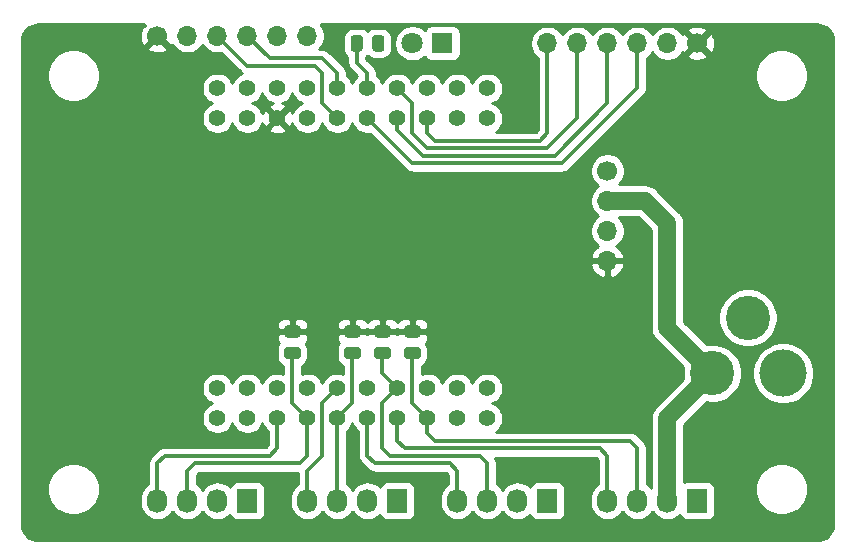
<source format=gbr>
%TF.GenerationSoftware,KiCad,Pcbnew,(5.1.9)-1*%
%TF.CreationDate,2021-03-27T11:47:09+01:00*%
%TF.ProjectId,ESP32_Tasmota_Fan,45535033-325f-4546-9173-6d6f74615f46,rev?*%
%TF.SameCoordinates,Original*%
%TF.FileFunction,Copper,L1,Top*%
%TF.FilePolarity,Positive*%
%FSLAX46Y46*%
G04 Gerber Fmt 4.6, Leading zero omitted, Abs format (unit mm)*
G04 Created by KiCad (PCBNEW (5.1.9)-1) date 2021-03-27 11:47:09*
%MOMM*%
%LPD*%
G01*
G04 APERTURE LIST*
%TA.AperFunction,ComponentPad*%
%ADD10O,1.700000X1.700000*%
%TD*%
%TA.AperFunction,ComponentPad*%
%ADD11C,1.700000*%
%TD*%
%TA.AperFunction,ComponentPad*%
%ADD12C,1.800000*%
%TD*%
%TA.AperFunction,ComponentPad*%
%ADD13R,1.800000X1.800000*%
%TD*%
%TA.AperFunction,ComponentPad*%
%ADD14C,1.400000*%
%TD*%
%TA.AperFunction,ComponentPad*%
%ADD15C,3.750000*%
%TD*%
%TA.AperFunction,ComponentPad*%
%ADD16C,4.000000*%
%TD*%
%TA.AperFunction,ComponentPad*%
%ADD17O,1.730000X2.030000*%
%TD*%
%TA.AperFunction,ComponentPad*%
%ADD18R,1.730000X2.030000*%
%TD*%
%TA.AperFunction,Conductor*%
%ADD19C,0.300000*%
%TD*%
%TA.AperFunction,Conductor*%
%ADD20C,1.500000*%
%TD*%
%TA.AperFunction,Conductor*%
%ADD21C,0.254000*%
%TD*%
%TA.AperFunction,Conductor*%
%ADD22C,0.100000*%
%TD*%
G04 APERTURE END LIST*
D10*
%TO.P,J1,4*%
%TO.N,+3V3*%
X134620000Y-124605000D03*
%TO.P,J1,3*%
%TO.N,GND*%
X134620000Y-122065000D03*
%TO.P,J1,2*%
%TO.N,+12V*%
X134620000Y-119525000D03*
D11*
%TO.P,J1,1*%
%TO.N,Net-(J1-Pad1)*%
X134620000Y-116985000D03*
%TD*%
D10*
%TO.P,J2,6*%
%TO.N,IO26*%
X129540000Y-106190000D03*
%TO.P,J2,5*%
%TO.N,IO35*%
X132080000Y-106190000D03*
%TO.P,J2,4*%
%TO.N,IO18*%
X134620000Y-106190000D03*
%TO.P,J2,3*%
%TO.N,IO19*%
X137160000Y-106190000D03*
%TO.P,J2,2*%
%TO.N,GND*%
X139700000Y-106190000D03*
D11*
%TO.P,J2,1*%
%TO.N,+3V3*%
X142240000Y-106190000D03*
%TD*%
D10*
%TO.P,J8,6*%
%TO.N,Net-(J8-Pad6)*%
X109220000Y-105555000D03*
%TO.P,J8,5*%
%TO.N,Net-(J8-Pad5)*%
X106680000Y-105555000D03*
%TO.P,J8,4*%
%TO.N,SDA*%
X104140000Y-105555000D03*
%TO.P,J8,3*%
%TO.N,SCL*%
X101600000Y-105555000D03*
%TO.P,J8,2*%
%TO.N,GND*%
X99060000Y-105555000D03*
D11*
%TO.P,J8,1*%
%TO.N,+3V3*%
X96520000Y-105555000D03*
%TD*%
D12*
%TO.P,D1,2*%
%TO.N,Net-(D1-Pad2)*%
X118110000Y-106190000D03*
D13*
%TO.P,D1,1*%
%TO.N,GND*%
X120650000Y-106190000D03*
%TD*%
D14*
%TO.P,U1,2*%
%TO.N,Net-(U1-Pad2)*%
X124460000Y-112540000D03*
%TO.P,U1,1*%
%TO.N,GND*%
X124460000Y-110000000D03*
%TO.P,U1,3*%
%TO.N,Net-(U1-Pad3)*%
X121920000Y-110000000D03*
%TO.P,U1,4*%
%TO.N,Net-(U1-Pad4)*%
X121920000Y-112540000D03*
%TO.P,U1,5*%
%TO.N,Net-(U1-Pad5)*%
X119380000Y-110000000D03*
%TO.P,U1,6*%
%TO.N,IO26*%
X119380000Y-112540000D03*
%TO.P,U1,7*%
%TO.N,IO35*%
X116840000Y-110000000D03*
%TO.P,U1,8*%
%TO.N,IO18*%
X116840000Y-112540000D03*
%TO.P,U1,9*%
%TO.N,LINK*%
X114300000Y-110000000D03*
%TO.P,U1,10*%
%TO.N,IO19*%
X114300000Y-112540000D03*
%TO.P,U1,11*%
%TO.N,SDA*%
X111760000Y-110000000D03*
%TO.P,U1,12*%
%TO.N,SCL*%
X111760000Y-112540000D03*
%TO.P,U1,13*%
%TO.N,Net-(U1-Pad13)*%
X109220000Y-110000000D03*
%TO.P,U1,14*%
%TO.N,Net-(U1-Pad14)*%
X109220000Y-112540000D03*
%TO.P,U1,15*%
%TO.N,Net-(U1-Pad15)*%
X106680000Y-110000000D03*
%TO.P,U1,16*%
%TO.N,+3V3*%
X106680000Y-112540000D03*
%TO.P,U1,17*%
%TO.N,Net-(U1-Pad17)*%
X104140000Y-110000000D03*
%TO.P,U1,18*%
%TO.N,Net-(U1-Pad18)*%
X104140000Y-112540000D03*
%TO.P,U1,19*%
%TO.N,Net-(U1-Pad19)*%
X101600000Y-110000000D03*
%TO.P,U1,20*%
%TO.N,Net-(U1-Pad20)*%
X101600000Y-112540000D03*
%TO.P,U1,21*%
%TO.N,Net-(U1-Pad21)*%
X124460000Y-135400000D03*
%TO.P,U1,22*%
%TO.N,GND*%
X124460000Y-137940000D03*
%TO.P,U1,23*%
%TO.N,Net-(U1-Pad23)*%
X121920000Y-135400000D03*
%TO.P,U1,24*%
%TO.N,Net-(U1-Pad24)*%
X121920000Y-137940000D03*
%TO.P,U1,25*%
%TO.N,Net-(U1-Pad25)*%
X119380000Y-135400000D03*
%TO.P,U1,26*%
%TO.N,SENSE4*%
X119380000Y-137940000D03*
%TO.P,U1,27*%
%TO.N,SENSE3*%
X116840000Y-135400000D03*
%TO.P,U1,28*%
%TO.N,PWM4*%
X116840000Y-137940000D03*
%TO.P,U1,29*%
%TO.N,Net-(U1-Pad29)*%
X114300000Y-135400000D03*
%TO.P,U1,30*%
%TO.N,PWM3*%
X114300000Y-137940000D03*
%TO.P,U1,31*%
%TO.N,PWM2*%
X111760000Y-135400000D03*
%TO.P,U1,32*%
%TO.N,SENSE2*%
X111760000Y-137940000D03*
%TO.P,U1,33*%
%TO.N,GND*%
X109220000Y-135400000D03*
%TO.P,U1,34*%
%TO.N,SENSE1*%
X109220000Y-137940000D03*
%TO.P,U1,35*%
%TO.N,Net-(U1-Pad35)*%
X106680000Y-135400000D03*
%TO.P,U1,36*%
%TO.N,PWM1*%
X106680000Y-137940000D03*
%TO.P,U1,37*%
%TO.N,Net-(U1-Pad37)*%
X104140000Y-135400000D03*
%TO.P,U1,38*%
%TO.N,Net-(U1-Pad38)*%
X104140000Y-137940000D03*
%TO.P,U1,39*%
%TO.N,Net-(U1-Pad39)*%
X101600000Y-135400000D03*
%TO.P,U1,40*%
%TO.N,Net-(U1-Pad40)*%
X101600000Y-137940000D03*
%TD*%
%TO.P,R1,2*%
%TO.N,SENSE1*%
%TA.AperFunction,SMDPad,CuDef*%
G36*
G01*
X107499998Y-131905000D02*
X108400002Y-131905000D01*
G75*
G02*
X108650000Y-132154998I0J-249998D01*
G01*
X108650000Y-132680002D01*
G75*
G02*
X108400002Y-132930000I-249998J0D01*
G01*
X107499998Y-132930000D01*
G75*
G02*
X107250000Y-132680002I0J249998D01*
G01*
X107250000Y-132154998D01*
G75*
G02*
X107499998Y-131905000I249998J0D01*
G01*
G37*
%TD.AperFunction*%
%TO.P,R1,1*%
%TO.N,+3V3*%
%TA.AperFunction,SMDPad,CuDef*%
G36*
G01*
X107499998Y-130080000D02*
X108400002Y-130080000D01*
G75*
G02*
X108650000Y-130329998I0J-249998D01*
G01*
X108650000Y-130855002D01*
G75*
G02*
X108400002Y-131105000I-249998J0D01*
G01*
X107499998Y-131105000D01*
G75*
G02*
X107250000Y-130855002I0J249998D01*
G01*
X107250000Y-130329998D01*
G75*
G02*
X107499998Y-130080000I249998J0D01*
G01*
G37*
%TD.AperFunction*%
%TD*%
D15*
%TO.P,J6,2*%
%TO.N,GND*%
X146510000Y-129430000D03*
D16*
X149510000Y-134130000D03*
D15*
%TO.P,J6,1*%
%TO.N,+12V*%
X143510000Y-134130000D03*
%TD*%
%TO.P,R5,2*%
%TO.N,Net-(D1-Pad2)*%
%TA.AperFunction,SMDPad,CuDef*%
G36*
G01*
X114700000Y-106640002D02*
X114700000Y-105739998D01*
G75*
G02*
X114949998Y-105490000I249998J0D01*
G01*
X115475002Y-105490000D01*
G75*
G02*
X115725000Y-105739998I0J-249998D01*
G01*
X115725000Y-106640002D01*
G75*
G02*
X115475002Y-106890000I-249998J0D01*
G01*
X114949998Y-106890000D01*
G75*
G02*
X114700000Y-106640002I0J249998D01*
G01*
G37*
%TD.AperFunction*%
%TO.P,R5,1*%
%TO.N,LINK*%
%TA.AperFunction,SMDPad,CuDef*%
G36*
G01*
X112875000Y-106640002D02*
X112875000Y-105739998D01*
G75*
G02*
X113124998Y-105490000I249998J0D01*
G01*
X113650002Y-105490000D01*
G75*
G02*
X113900000Y-105739998I0J-249998D01*
G01*
X113900000Y-106640002D01*
G75*
G02*
X113650002Y-106890000I-249998J0D01*
G01*
X113124998Y-106890000D01*
G75*
G02*
X112875000Y-106640002I0J249998D01*
G01*
G37*
%TD.AperFunction*%
%TD*%
D17*
%TO.P,FAN4,4*%
%TO.N,PWM4*%
X134620000Y-144925000D03*
%TO.P,FAN4,3*%
%TO.N,SENSE4*%
X137160000Y-144925000D03*
%TO.P,FAN4,2*%
%TO.N,+12V*%
X139700000Y-144925000D03*
D18*
%TO.P,FAN4,1*%
%TO.N,GND*%
X142240000Y-144925000D03*
%TD*%
D17*
%TO.P,FAN3,4*%
%TO.N,PWM3*%
X121920000Y-144925000D03*
%TO.P,FAN3,3*%
%TO.N,SENSE3*%
X124460000Y-144925000D03*
%TO.P,FAN3,2*%
%TO.N,+12V*%
X127000000Y-144925000D03*
D18*
%TO.P,FAN3,1*%
%TO.N,GND*%
X129540000Y-144925000D03*
%TD*%
D17*
%TO.P,FAN2,4*%
%TO.N,PWM2*%
X109220000Y-144925000D03*
%TO.P,FAN2,3*%
%TO.N,SENSE2*%
X111760000Y-144925000D03*
%TO.P,FAN2,2*%
%TO.N,+12V*%
X114300000Y-144925000D03*
D18*
%TO.P,FAN2,1*%
%TO.N,GND*%
X116840000Y-144925000D03*
%TD*%
D17*
%TO.P,FAN1,4*%
%TO.N,PWM1*%
X96520000Y-144925000D03*
%TO.P,FAN1,3*%
%TO.N,SENSE1*%
X99060000Y-144925000D03*
%TO.P,FAN1,2*%
%TO.N,+12V*%
X101600000Y-144925000D03*
D18*
%TO.P,FAN1,1*%
%TO.N,GND*%
X104140000Y-144925000D03*
%TD*%
%TO.P,R2,2*%
%TO.N,SENSE2*%
%TA.AperFunction,SMDPad,CuDef*%
G36*
G01*
X112579998Y-131905000D02*
X113480002Y-131905000D01*
G75*
G02*
X113730000Y-132154998I0J-249998D01*
G01*
X113730000Y-132680002D01*
G75*
G02*
X113480002Y-132930000I-249998J0D01*
G01*
X112579998Y-132930000D01*
G75*
G02*
X112330000Y-132680002I0J249998D01*
G01*
X112330000Y-132154998D01*
G75*
G02*
X112579998Y-131905000I249998J0D01*
G01*
G37*
%TD.AperFunction*%
%TO.P,R2,1*%
%TO.N,+3V3*%
%TA.AperFunction,SMDPad,CuDef*%
G36*
G01*
X112579998Y-130080000D02*
X113480002Y-130080000D01*
G75*
G02*
X113730000Y-130329998I0J-249998D01*
G01*
X113730000Y-130855002D01*
G75*
G02*
X113480002Y-131105000I-249998J0D01*
G01*
X112579998Y-131105000D01*
G75*
G02*
X112330000Y-130855002I0J249998D01*
G01*
X112330000Y-130329998D01*
G75*
G02*
X112579998Y-130080000I249998J0D01*
G01*
G37*
%TD.AperFunction*%
%TD*%
%TO.P,R4,2*%
%TO.N,SENSE4*%
%TA.AperFunction,SMDPad,CuDef*%
G36*
G01*
X117659998Y-131905000D02*
X118560002Y-131905000D01*
G75*
G02*
X118810000Y-132154998I0J-249998D01*
G01*
X118810000Y-132680002D01*
G75*
G02*
X118560002Y-132930000I-249998J0D01*
G01*
X117659998Y-132930000D01*
G75*
G02*
X117410000Y-132680002I0J249998D01*
G01*
X117410000Y-132154998D01*
G75*
G02*
X117659998Y-131905000I249998J0D01*
G01*
G37*
%TD.AperFunction*%
%TO.P,R4,1*%
%TO.N,+3V3*%
%TA.AperFunction,SMDPad,CuDef*%
G36*
G01*
X117659998Y-130080000D02*
X118560002Y-130080000D01*
G75*
G02*
X118810000Y-130329998I0J-249998D01*
G01*
X118810000Y-130855002D01*
G75*
G02*
X118560002Y-131105000I-249998J0D01*
G01*
X117659998Y-131105000D01*
G75*
G02*
X117410000Y-130855002I0J249998D01*
G01*
X117410000Y-130329998D01*
G75*
G02*
X117659998Y-130080000I249998J0D01*
G01*
G37*
%TD.AperFunction*%
%TD*%
%TO.P,R3,2*%
%TO.N,SENSE3*%
%TA.AperFunction,SMDPad,CuDef*%
G36*
G01*
X115119998Y-131905000D02*
X116020002Y-131905000D01*
G75*
G02*
X116270000Y-132154998I0J-249998D01*
G01*
X116270000Y-132680002D01*
G75*
G02*
X116020002Y-132930000I-249998J0D01*
G01*
X115119998Y-132930000D01*
G75*
G02*
X114870000Y-132680002I0J249998D01*
G01*
X114870000Y-132154998D01*
G75*
G02*
X115119998Y-131905000I249998J0D01*
G01*
G37*
%TD.AperFunction*%
%TO.P,R3,1*%
%TO.N,+3V3*%
%TA.AperFunction,SMDPad,CuDef*%
G36*
G01*
X115119998Y-130080000D02*
X116020002Y-130080000D01*
G75*
G02*
X116270000Y-130329998I0J-249998D01*
G01*
X116270000Y-130855002D01*
G75*
G02*
X116020002Y-131105000I-249998J0D01*
G01*
X115119998Y-131105000D01*
G75*
G02*
X114870000Y-130855002I0J249998D01*
G01*
X114870000Y-130329998D01*
G75*
G02*
X115119998Y-130080000I249998J0D01*
G01*
G37*
%TD.AperFunction*%
%TD*%
D19*
%TO.N,PWM1*%
X106680000Y-137940000D02*
X106680000Y-140480000D01*
X106680000Y-140480000D02*
X106045000Y-141115000D01*
X106045000Y-141115000D02*
X97155000Y-141115000D01*
X96520000Y-141750000D02*
X96520000Y-144925000D01*
X97155000Y-141115000D02*
X96520000Y-141750000D01*
%TO.N,SENSE1*%
X109220000Y-137940000D02*
X107950000Y-136670000D01*
X107950000Y-136670000D02*
X107950000Y-132417500D01*
X109220000Y-137940000D02*
X109220000Y-141115000D01*
X109220000Y-141115000D02*
X108585000Y-141750000D01*
X108585000Y-141750000D02*
X99695000Y-141750000D01*
X99060000Y-142385000D02*
X99060000Y-144925000D01*
X99695000Y-141750000D02*
X99060000Y-142385000D01*
D20*
%TO.N,+12V*%
X139700000Y-137940000D02*
X143510000Y-134130000D01*
X139700000Y-144925000D02*
X139700000Y-137940000D01*
X143510000Y-134130000D02*
X139700000Y-130320000D01*
X139700000Y-130320000D02*
X139700000Y-121430000D01*
X137795000Y-119525000D02*
X134620000Y-119525000D01*
X139700000Y-121430000D02*
X137795000Y-119525000D01*
D19*
%TO.N,PWM2*%
X111760000Y-135400000D02*
X110490000Y-136670000D01*
X110490000Y-136670000D02*
X110490000Y-141115000D01*
X110490000Y-141115000D02*
X109220000Y-142385000D01*
X109220000Y-142385000D02*
X109220000Y-144925000D01*
%TO.N,SENSE2*%
X111760000Y-137940000D02*
X111760000Y-144925000D01*
X111760000Y-137940000D02*
X113030000Y-136670000D01*
X113030000Y-136670000D02*
X113030000Y-132417500D01*
%TO.N,PWM3*%
X114300000Y-137940000D02*
X114300000Y-141115000D01*
X114300000Y-141115000D02*
X114935000Y-141750000D01*
X114935000Y-141750000D02*
X121285000Y-141750000D01*
X121920000Y-142385000D02*
X121920000Y-144925000D01*
X121285000Y-141750000D02*
X121920000Y-142385000D01*
%TO.N,SENSE3*%
X116840000Y-135400000D02*
X115570000Y-134130000D01*
X115570000Y-134130000D02*
X115570000Y-132417500D01*
X124460000Y-141750000D02*
X124460000Y-144925000D01*
X123825000Y-141115000D02*
X124460000Y-141750000D01*
X116205000Y-141115000D02*
X123825000Y-141115000D01*
X115570000Y-140480000D02*
X116205000Y-141115000D01*
X115570000Y-136670000D02*
X115570000Y-140480000D01*
X116840000Y-135400000D02*
X115570000Y-136670000D01*
%TO.N,PWM4*%
X116840000Y-137940000D02*
X116840000Y-139845000D01*
X116840000Y-139845000D02*
X117475000Y-140480000D01*
X117475000Y-140480000D02*
X133985000Y-140480000D01*
X134620000Y-141115000D02*
X134620000Y-144925000D01*
X133985000Y-140480000D02*
X134620000Y-141115000D01*
%TO.N,SENSE4*%
X119380000Y-137940000D02*
X118110000Y-136670000D01*
X118110000Y-136670000D02*
X118110000Y-132417500D01*
X137160000Y-140480000D02*
X137160000Y-144925000D01*
X136525000Y-139845000D02*
X137160000Y-140480000D01*
X120015000Y-139845000D02*
X136525000Y-139845000D01*
X119380000Y-139210000D02*
X120015000Y-139845000D01*
X119380000Y-137940000D02*
X119380000Y-139210000D01*
%TO.N,SDA*%
X111760000Y-108730000D02*
X111760000Y-110000000D01*
X110490000Y-107460000D02*
X111760000Y-108730000D01*
X106045000Y-107460000D02*
X110490000Y-107460000D01*
X104140000Y-105555000D02*
X106045000Y-107460000D01*
%TO.N,SCL*%
X101600000Y-105555000D02*
X104140000Y-108095000D01*
X104140000Y-108095000D02*
X109855000Y-108095000D01*
X109855000Y-108095000D02*
X110490000Y-108730000D01*
X110490000Y-111270000D02*
X111760000Y-112540000D01*
X110490000Y-108730000D02*
X110490000Y-111270000D01*
%TO.N,IO26*%
X129540000Y-113810000D02*
X129540000Y-106190000D01*
X128905000Y-114445000D02*
X129540000Y-113810000D01*
X120015000Y-114445000D02*
X128905000Y-114445000D01*
X119380000Y-113810000D02*
X120015000Y-114445000D01*
X119380000Y-112540000D02*
X119380000Y-113810000D01*
%TO.N,IO18*%
X134620000Y-106190000D02*
X134620000Y-111270000D01*
X134620000Y-111270000D02*
X130175000Y-115715000D01*
X119025051Y-115715000D02*
X130175000Y-115715000D01*
X116840000Y-113529949D02*
X119025051Y-115715000D01*
X116840000Y-112540000D02*
X116840000Y-113529949D01*
%TO.N,LINK*%
X113387500Y-106190000D02*
X113387500Y-107817500D01*
X114300000Y-108730000D02*
X114300000Y-110000000D01*
X113387500Y-107817500D02*
X114300000Y-108730000D01*
%TO.N,IO19*%
X137160000Y-110000000D02*
X130810000Y-116350000D01*
X137160000Y-106190000D02*
X137160000Y-110000000D01*
X118110000Y-116350000D02*
X130810000Y-116350000D01*
X114300000Y-112540000D02*
X118110000Y-116350000D01*
%TO.N,IO35*%
X132080000Y-106190000D02*
X132080000Y-112540000D01*
X132080000Y-112540000D02*
X129540000Y-115080000D01*
X118110000Y-111270000D02*
X116840000Y-110000000D01*
X118110000Y-111270000D02*
X118110000Y-113810000D01*
X119380000Y-115080000D02*
X129540000Y-115080000D01*
X118110000Y-113810000D02*
X119380000Y-115080000D01*
%TD*%
D21*
%TO.N,+3V3*%
X95375496Y-104590104D02*
X95491601Y-104706209D01*
X95242528Y-104783843D01*
X95116629Y-105047883D01*
X95044661Y-105331411D01*
X95029389Y-105623531D01*
X95071401Y-105913019D01*
X95169081Y-106188747D01*
X95242528Y-106326157D01*
X95491603Y-106403792D01*
X96340395Y-105555000D01*
X96326253Y-105540858D01*
X96505858Y-105361253D01*
X96520000Y-105375395D01*
X96534143Y-105361253D01*
X96713748Y-105540858D01*
X96699605Y-105555000D01*
X97548397Y-106403792D01*
X97790689Y-106328271D01*
X97906525Y-106501632D01*
X98113368Y-106708475D01*
X98356589Y-106870990D01*
X98626842Y-106982932D01*
X98913740Y-107040000D01*
X99206260Y-107040000D01*
X99493158Y-106982932D01*
X99763411Y-106870990D01*
X100006632Y-106708475D01*
X100213475Y-106501632D01*
X100330000Y-106327240D01*
X100446525Y-106501632D01*
X100653368Y-106708475D01*
X100896589Y-106870990D01*
X101166842Y-106982932D01*
X101453740Y-107040000D01*
X101746260Y-107040000D01*
X101936918Y-107002075D01*
X103557658Y-108622816D01*
X103582236Y-108652764D01*
X103612184Y-108677342D01*
X103612187Y-108677345D01*
X103629361Y-108691439D01*
X103690161Y-108741337D01*
X103507641Y-108816939D01*
X103288987Y-108963038D01*
X103103038Y-109148987D01*
X102956939Y-109367641D01*
X102870000Y-109577530D01*
X102783061Y-109367641D01*
X102636962Y-109148987D01*
X102451013Y-108963038D01*
X102232359Y-108816939D01*
X101989405Y-108716304D01*
X101731486Y-108665000D01*
X101468514Y-108665000D01*
X101210595Y-108716304D01*
X100967641Y-108816939D01*
X100748987Y-108963038D01*
X100563038Y-109148987D01*
X100416939Y-109367641D01*
X100316304Y-109610595D01*
X100265000Y-109868514D01*
X100265000Y-110131486D01*
X100316304Y-110389405D01*
X100416939Y-110632359D01*
X100563038Y-110851013D01*
X100748987Y-111036962D01*
X100967641Y-111183061D01*
X101177530Y-111270000D01*
X100967641Y-111356939D01*
X100748987Y-111503038D01*
X100563038Y-111688987D01*
X100416939Y-111907641D01*
X100316304Y-112150595D01*
X100265000Y-112408514D01*
X100265000Y-112671486D01*
X100316304Y-112929405D01*
X100416939Y-113172359D01*
X100563038Y-113391013D01*
X100748987Y-113576962D01*
X100967641Y-113723061D01*
X101210595Y-113823696D01*
X101468514Y-113875000D01*
X101731486Y-113875000D01*
X101989405Y-113823696D01*
X102232359Y-113723061D01*
X102451013Y-113576962D01*
X102636962Y-113391013D01*
X102783061Y-113172359D01*
X102870000Y-112962470D01*
X102956939Y-113172359D01*
X103103038Y-113391013D01*
X103288987Y-113576962D01*
X103507641Y-113723061D01*
X103750595Y-113823696D01*
X104008514Y-113875000D01*
X104271486Y-113875000D01*
X104529405Y-113823696D01*
X104772359Y-113723061D01*
X104991013Y-113576962D01*
X105106706Y-113461269D01*
X105938336Y-113461269D01*
X105997797Y-113695037D01*
X106236242Y-113805934D01*
X106491740Y-113868183D01*
X106754473Y-113879390D01*
X107014344Y-113839125D01*
X107261366Y-113748935D01*
X107362203Y-113695037D01*
X107421664Y-113461269D01*
X106680000Y-112719605D01*
X105938336Y-113461269D01*
X105106706Y-113461269D01*
X105176962Y-113391013D01*
X105323061Y-113172359D01*
X105411621Y-112958556D01*
X105471065Y-113121366D01*
X105524963Y-113222203D01*
X105758731Y-113281664D01*
X106500395Y-112540000D01*
X105758731Y-111798336D01*
X105524963Y-111857797D01*
X105414066Y-112096242D01*
X105409294Y-112115827D01*
X105323061Y-111907641D01*
X105176962Y-111688987D01*
X104991013Y-111503038D01*
X104772359Y-111356939D01*
X104562470Y-111270000D01*
X104772359Y-111183061D01*
X104991013Y-111036962D01*
X105176962Y-110851013D01*
X105323061Y-110632359D01*
X105410000Y-110422470D01*
X105496939Y-110632359D01*
X105643038Y-110851013D01*
X105828987Y-111036962D01*
X106047641Y-111183061D01*
X106261444Y-111271621D01*
X106098634Y-111331065D01*
X105997797Y-111384963D01*
X105938336Y-111618731D01*
X106680000Y-112360395D01*
X107421664Y-111618731D01*
X107362203Y-111384963D01*
X107123758Y-111274066D01*
X107104173Y-111269294D01*
X107312359Y-111183061D01*
X107531013Y-111036962D01*
X107716962Y-110851013D01*
X107863061Y-110632359D01*
X107950000Y-110422470D01*
X108036939Y-110632359D01*
X108183038Y-110851013D01*
X108368987Y-111036962D01*
X108587641Y-111183061D01*
X108797530Y-111270000D01*
X108587641Y-111356939D01*
X108368987Y-111503038D01*
X108183038Y-111688987D01*
X108036939Y-111907641D01*
X107948379Y-112121444D01*
X107888935Y-111958634D01*
X107835037Y-111857797D01*
X107601269Y-111798336D01*
X106859605Y-112540000D01*
X107601269Y-113281664D01*
X107835037Y-113222203D01*
X107945934Y-112983758D01*
X107950706Y-112964173D01*
X108036939Y-113172359D01*
X108183038Y-113391013D01*
X108368987Y-113576962D01*
X108587641Y-113723061D01*
X108830595Y-113823696D01*
X109088514Y-113875000D01*
X109351486Y-113875000D01*
X109609405Y-113823696D01*
X109852359Y-113723061D01*
X110071013Y-113576962D01*
X110256962Y-113391013D01*
X110403061Y-113172359D01*
X110490000Y-112962470D01*
X110576939Y-113172359D01*
X110723038Y-113391013D01*
X110908987Y-113576962D01*
X111127641Y-113723061D01*
X111370595Y-113823696D01*
X111628514Y-113875000D01*
X111891486Y-113875000D01*
X112149405Y-113823696D01*
X112392359Y-113723061D01*
X112611013Y-113576962D01*
X112796962Y-113391013D01*
X112943061Y-113172359D01*
X113030000Y-112962470D01*
X113116939Y-113172359D01*
X113263038Y-113391013D01*
X113448987Y-113576962D01*
X113667641Y-113723061D01*
X113910595Y-113823696D01*
X114168514Y-113875000D01*
X114431486Y-113875000D01*
X114509354Y-113859511D01*
X117527653Y-116877810D01*
X117552236Y-116907764D01*
X117671767Y-117005862D01*
X117808140Y-117078754D01*
X117956113Y-117123642D01*
X118031026Y-117131020D01*
X118071439Y-117135000D01*
X118071444Y-117135000D01*
X118110000Y-117138797D01*
X118148556Y-117135000D01*
X130771447Y-117135000D01*
X130810000Y-117138797D01*
X130848553Y-117135000D01*
X130848561Y-117135000D01*
X130963887Y-117123641D01*
X131111860Y-117078754D01*
X131248233Y-117005862D01*
X131367764Y-116907764D01*
X131392347Y-116877810D01*
X137687816Y-110582342D01*
X137717764Y-110557764D01*
X137742346Y-110527812D01*
X137766450Y-110498441D01*
X137815862Y-110438233D01*
X137888754Y-110301860D01*
X137933641Y-110153887D01*
X137945000Y-110038561D01*
X137945000Y-110038554D01*
X137948797Y-110000001D01*
X137945000Y-109961448D01*
X137945000Y-108704872D01*
X147145000Y-108704872D01*
X147145000Y-109145128D01*
X147230890Y-109576925D01*
X147399369Y-109983669D01*
X147643962Y-110349729D01*
X147955271Y-110661038D01*
X148321331Y-110905631D01*
X148728075Y-111074110D01*
X149159872Y-111160000D01*
X149600128Y-111160000D01*
X150031925Y-111074110D01*
X150438669Y-110905631D01*
X150804729Y-110661038D01*
X151116038Y-110349729D01*
X151360631Y-109983669D01*
X151529110Y-109576925D01*
X151615000Y-109145128D01*
X151615000Y-108704872D01*
X151529110Y-108273075D01*
X151360631Y-107866331D01*
X151116038Y-107500271D01*
X150804729Y-107188962D01*
X150438669Y-106944369D01*
X150031925Y-106775890D01*
X149600128Y-106690000D01*
X149159872Y-106690000D01*
X148728075Y-106775890D01*
X148321331Y-106944369D01*
X147955271Y-107188962D01*
X147643962Y-107500271D01*
X147399369Y-107866331D01*
X147230890Y-108273075D01*
X147145000Y-108704872D01*
X137945000Y-108704872D01*
X137945000Y-107451474D01*
X138106632Y-107343475D01*
X138313475Y-107136632D01*
X138430000Y-106962240D01*
X138546525Y-107136632D01*
X138753368Y-107343475D01*
X138996589Y-107505990D01*
X139266842Y-107617932D01*
X139553740Y-107675000D01*
X139846260Y-107675000D01*
X140133158Y-107617932D01*
X140403411Y-107505990D01*
X140646632Y-107343475D01*
X140771710Y-107218397D01*
X141391208Y-107218397D01*
X141468843Y-107467472D01*
X141732883Y-107593371D01*
X142016411Y-107665339D01*
X142308531Y-107680611D01*
X142598019Y-107638599D01*
X142873747Y-107540919D01*
X143011157Y-107467472D01*
X143088792Y-107218397D01*
X142240000Y-106369605D01*
X141391208Y-107218397D01*
X140771710Y-107218397D01*
X140853475Y-107136632D01*
X140969311Y-106963271D01*
X141211603Y-107038792D01*
X142060395Y-106190000D01*
X142419605Y-106190000D01*
X143268397Y-107038792D01*
X143517472Y-106961157D01*
X143643371Y-106697117D01*
X143715339Y-106413589D01*
X143730611Y-106121469D01*
X143688599Y-105831981D01*
X143590919Y-105556253D01*
X143517472Y-105418843D01*
X143268397Y-105341208D01*
X142419605Y-106190000D01*
X142060395Y-106190000D01*
X141211603Y-105341208D01*
X140969311Y-105416729D01*
X140853475Y-105243368D01*
X140771710Y-105161603D01*
X141391208Y-105161603D01*
X142240000Y-106010395D01*
X143088792Y-105161603D01*
X143011157Y-104912528D01*
X142747117Y-104786629D01*
X142463589Y-104714661D01*
X142171469Y-104699389D01*
X141881981Y-104741401D01*
X141606253Y-104839081D01*
X141468843Y-104912528D01*
X141391208Y-105161603D01*
X140771710Y-105161603D01*
X140646632Y-105036525D01*
X140403411Y-104874010D01*
X140133158Y-104762068D01*
X139846260Y-104705000D01*
X139553740Y-104705000D01*
X139266842Y-104762068D01*
X138996589Y-104874010D01*
X138753368Y-105036525D01*
X138546525Y-105243368D01*
X138430000Y-105417760D01*
X138313475Y-105243368D01*
X138106632Y-105036525D01*
X137863411Y-104874010D01*
X137593158Y-104762068D01*
X137306260Y-104705000D01*
X137013740Y-104705000D01*
X136726842Y-104762068D01*
X136456589Y-104874010D01*
X136213368Y-105036525D01*
X136006525Y-105243368D01*
X135890000Y-105417760D01*
X135773475Y-105243368D01*
X135566632Y-105036525D01*
X135323411Y-104874010D01*
X135053158Y-104762068D01*
X134766260Y-104705000D01*
X134473740Y-104705000D01*
X134186842Y-104762068D01*
X133916589Y-104874010D01*
X133673368Y-105036525D01*
X133466525Y-105243368D01*
X133350000Y-105417760D01*
X133233475Y-105243368D01*
X133026632Y-105036525D01*
X132783411Y-104874010D01*
X132513158Y-104762068D01*
X132226260Y-104705000D01*
X131933740Y-104705000D01*
X131646842Y-104762068D01*
X131376589Y-104874010D01*
X131133368Y-105036525D01*
X130926525Y-105243368D01*
X130810000Y-105417760D01*
X130693475Y-105243368D01*
X130486632Y-105036525D01*
X130243411Y-104874010D01*
X129973158Y-104762068D01*
X129686260Y-104705000D01*
X129393740Y-104705000D01*
X129106842Y-104762068D01*
X128836589Y-104874010D01*
X128593368Y-105036525D01*
X128386525Y-105243368D01*
X128224010Y-105486589D01*
X128112068Y-105756842D01*
X128055000Y-106043740D01*
X128055000Y-106336260D01*
X128112068Y-106623158D01*
X128224010Y-106893411D01*
X128386525Y-107136632D01*
X128593368Y-107343475D01*
X128755001Y-107451475D01*
X128755000Y-113484843D01*
X128579843Y-113660000D01*
X125186737Y-113660000D01*
X125311013Y-113576962D01*
X125496962Y-113391013D01*
X125643061Y-113172359D01*
X125743696Y-112929405D01*
X125795000Y-112671486D01*
X125795000Y-112408514D01*
X125743696Y-112150595D01*
X125643061Y-111907641D01*
X125496962Y-111688987D01*
X125311013Y-111503038D01*
X125092359Y-111356939D01*
X124882470Y-111270000D01*
X125092359Y-111183061D01*
X125311013Y-111036962D01*
X125496962Y-110851013D01*
X125643061Y-110632359D01*
X125743696Y-110389405D01*
X125795000Y-110131486D01*
X125795000Y-109868514D01*
X125743696Y-109610595D01*
X125643061Y-109367641D01*
X125496962Y-109148987D01*
X125311013Y-108963038D01*
X125092359Y-108816939D01*
X124849405Y-108716304D01*
X124591486Y-108665000D01*
X124328514Y-108665000D01*
X124070595Y-108716304D01*
X123827641Y-108816939D01*
X123608987Y-108963038D01*
X123423038Y-109148987D01*
X123276939Y-109367641D01*
X123190000Y-109577530D01*
X123103061Y-109367641D01*
X122956962Y-109148987D01*
X122771013Y-108963038D01*
X122552359Y-108816939D01*
X122309405Y-108716304D01*
X122051486Y-108665000D01*
X121788514Y-108665000D01*
X121530595Y-108716304D01*
X121287641Y-108816939D01*
X121068987Y-108963038D01*
X120883038Y-109148987D01*
X120736939Y-109367641D01*
X120650000Y-109577530D01*
X120563061Y-109367641D01*
X120416962Y-109148987D01*
X120231013Y-108963038D01*
X120012359Y-108816939D01*
X119769405Y-108716304D01*
X119511486Y-108665000D01*
X119248514Y-108665000D01*
X118990595Y-108716304D01*
X118747641Y-108816939D01*
X118528987Y-108963038D01*
X118343038Y-109148987D01*
X118196939Y-109367641D01*
X118110000Y-109577530D01*
X118023061Y-109367641D01*
X117876962Y-109148987D01*
X117691013Y-108963038D01*
X117472359Y-108816939D01*
X117229405Y-108716304D01*
X116971486Y-108665000D01*
X116708514Y-108665000D01*
X116450595Y-108716304D01*
X116207641Y-108816939D01*
X115988987Y-108963038D01*
X115803038Y-109148987D01*
X115656939Y-109367641D01*
X115570000Y-109577530D01*
X115483061Y-109367641D01*
X115336962Y-109148987D01*
X115151013Y-108963038D01*
X115085000Y-108918930D01*
X115085000Y-108768556D01*
X115088797Y-108730000D01*
X115085000Y-108691440D01*
X115085000Y-108691439D01*
X115078241Y-108622812D01*
X115073642Y-108576113D01*
X115028754Y-108428140D01*
X114955862Y-108291767D01*
X114857764Y-108172236D01*
X114827811Y-108147654D01*
X114172500Y-107492343D01*
X114172500Y-107354513D01*
X114277962Y-107267962D01*
X114300000Y-107241109D01*
X114322038Y-107267962D01*
X114456613Y-107378405D01*
X114610148Y-107460472D01*
X114776744Y-107511008D01*
X114949998Y-107528072D01*
X115475002Y-107528072D01*
X115648256Y-107511008D01*
X115814852Y-107460472D01*
X115968387Y-107378405D01*
X116102962Y-107267962D01*
X116213405Y-107133387D01*
X116295472Y-106979852D01*
X116346008Y-106813256D01*
X116363072Y-106640002D01*
X116363072Y-106038816D01*
X116575000Y-106038816D01*
X116575000Y-106341184D01*
X116633989Y-106637743D01*
X116749701Y-106917095D01*
X116917688Y-107168505D01*
X117131495Y-107382312D01*
X117382905Y-107550299D01*
X117662257Y-107666011D01*
X117958816Y-107725000D01*
X118261184Y-107725000D01*
X118557743Y-107666011D01*
X118837095Y-107550299D01*
X119088505Y-107382312D01*
X119154944Y-107315873D01*
X119160498Y-107334180D01*
X119219463Y-107444494D01*
X119298815Y-107541185D01*
X119395506Y-107620537D01*
X119505820Y-107679502D01*
X119625518Y-107715812D01*
X119750000Y-107728072D01*
X121550000Y-107728072D01*
X121674482Y-107715812D01*
X121794180Y-107679502D01*
X121904494Y-107620537D01*
X122001185Y-107541185D01*
X122080537Y-107444494D01*
X122139502Y-107334180D01*
X122175812Y-107214482D01*
X122188072Y-107090000D01*
X122188072Y-105290000D01*
X122175812Y-105165518D01*
X122139502Y-105045820D01*
X122080537Y-104935506D01*
X122001185Y-104838815D01*
X121904494Y-104759463D01*
X121794180Y-104700498D01*
X121674482Y-104664188D01*
X121550000Y-104651928D01*
X119750000Y-104651928D01*
X119625518Y-104664188D01*
X119505820Y-104700498D01*
X119395506Y-104759463D01*
X119298815Y-104838815D01*
X119219463Y-104935506D01*
X119160498Y-105045820D01*
X119154944Y-105064127D01*
X119088505Y-104997688D01*
X118837095Y-104829701D01*
X118557743Y-104713989D01*
X118261184Y-104655000D01*
X117958816Y-104655000D01*
X117662257Y-104713989D01*
X117382905Y-104829701D01*
X117131495Y-104997688D01*
X116917688Y-105211495D01*
X116749701Y-105462905D01*
X116633989Y-105742257D01*
X116575000Y-106038816D01*
X116363072Y-106038816D01*
X116363072Y-105739998D01*
X116346008Y-105566744D01*
X116295472Y-105400148D01*
X116213405Y-105246613D01*
X116102962Y-105112038D01*
X115968387Y-105001595D01*
X115814852Y-104919528D01*
X115648256Y-104868992D01*
X115475002Y-104851928D01*
X114949998Y-104851928D01*
X114776744Y-104868992D01*
X114610148Y-104919528D01*
X114456613Y-105001595D01*
X114322038Y-105112038D01*
X114300000Y-105138891D01*
X114277962Y-105112038D01*
X114143387Y-105001595D01*
X113989852Y-104919528D01*
X113823256Y-104868992D01*
X113650002Y-104851928D01*
X113124998Y-104851928D01*
X112951744Y-104868992D01*
X112785148Y-104919528D01*
X112631613Y-105001595D01*
X112497038Y-105112038D01*
X112386595Y-105246613D01*
X112304528Y-105400148D01*
X112253992Y-105566744D01*
X112236928Y-105739998D01*
X112236928Y-106640002D01*
X112253992Y-106813256D01*
X112304528Y-106979852D01*
X112386595Y-107133387D01*
X112497038Y-107267962D01*
X112602501Y-107354513D01*
X112602501Y-107778938D01*
X112598703Y-107817500D01*
X112613859Y-107971386D01*
X112658746Y-108119359D01*
X112658747Y-108119360D01*
X112731639Y-108255733D01*
X112761212Y-108291767D01*
X112805155Y-108345312D01*
X112805159Y-108345316D01*
X112829737Y-108375264D01*
X112859685Y-108399842D01*
X113435934Y-108976091D01*
X113263038Y-109148987D01*
X113116939Y-109367641D01*
X113030000Y-109577530D01*
X112943061Y-109367641D01*
X112796962Y-109148987D01*
X112611013Y-108963038D01*
X112545000Y-108918930D01*
X112545000Y-108768552D01*
X112548797Y-108729999D01*
X112545000Y-108691446D01*
X112545000Y-108691439D01*
X112533641Y-108576113D01*
X112488754Y-108428140D01*
X112415862Y-108291767D01*
X112366450Y-108231559D01*
X112342345Y-108202187D01*
X112342342Y-108202184D01*
X112317764Y-108172236D01*
X112287817Y-108147659D01*
X111072345Y-106932188D01*
X111047764Y-106902236D01*
X110928233Y-106804138D01*
X110791860Y-106731246D01*
X110643887Y-106686359D01*
X110528561Y-106675000D01*
X110528553Y-106675000D01*
X110490000Y-106671203D01*
X110451447Y-106675000D01*
X110200107Y-106675000D01*
X110373475Y-106501632D01*
X110535990Y-106258411D01*
X110647932Y-105988158D01*
X110705000Y-105701260D01*
X110705000Y-105408740D01*
X110647932Y-105121842D01*
X110535990Y-104851589D01*
X110373475Y-104608368D01*
X110350107Y-104585000D01*
X152347721Y-104585000D01*
X152639659Y-104613625D01*
X152889429Y-104689035D01*
X153119792Y-104811522D01*
X153321980Y-104976422D01*
X153488286Y-105177450D01*
X153612378Y-105406954D01*
X153689531Y-105656195D01*
X153720001Y-105946098D01*
X153720000Y-146892721D01*
X153691375Y-147184660D01*
X153615965Y-147434429D01*
X153493477Y-147664794D01*
X153328579Y-147866979D01*
X153127546Y-148033288D01*
X152898046Y-148157378D01*
X152648805Y-148234531D01*
X152358911Y-148265000D01*
X86412279Y-148265000D01*
X86120340Y-148236375D01*
X85870571Y-148160965D01*
X85640206Y-148038477D01*
X85438021Y-147873579D01*
X85271712Y-147672546D01*
X85147622Y-147443046D01*
X85070469Y-147193805D01*
X85040000Y-146903911D01*
X85040000Y-143704872D01*
X87145000Y-143704872D01*
X87145000Y-144145128D01*
X87230890Y-144576925D01*
X87399369Y-144983669D01*
X87643962Y-145349729D01*
X87955271Y-145661038D01*
X88321331Y-145905631D01*
X88728075Y-146074110D01*
X89159872Y-146160000D01*
X89600128Y-146160000D01*
X90031925Y-146074110D01*
X90438669Y-145905631D01*
X90804729Y-145661038D01*
X91116038Y-145349729D01*
X91360631Y-144983669D01*
X91477583Y-144701320D01*
X95020000Y-144701320D01*
X95020000Y-145148679D01*
X95041705Y-145369050D01*
X95127476Y-145651801D01*
X95266762Y-145912386D01*
X95454208Y-146140792D01*
X95682613Y-146328238D01*
X95943198Y-146467524D01*
X96225949Y-146553295D01*
X96520000Y-146582257D01*
X96814050Y-146553295D01*
X97096801Y-146467524D01*
X97357386Y-146328238D01*
X97585792Y-146140792D01*
X97773238Y-145912387D01*
X97790000Y-145881027D01*
X97806762Y-145912386D01*
X97994208Y-146140792D01*
X98222613Y-146328238D01*
X98483198Y-146467524D01*
X98765949Y-146553295D01*
X99060000Y-146582257D01*
X99354050Y-146553295D01*
X99636801Y-146467524D01*
X99897386Y-146328238D01*
X100125792Y-146140792D01*
X100313238Y-145912387D01*
X100330000Y-145881027D01*
X100346762Y-145912386D01*
X100534208Y-146140792D01*
X100762613Y-146328238D01*
X101023198Y-146467524D01*
X101305949Y-146553295D01*
X101600000Y-146582257D01*
X101894050Y-146553295D01*
X102176801Y-146467524D01*
X102437386Y-146328238D01*
X102665792Y-146140792D01*
X102670570Y-146134970D01*
X102685498Y-146184180D01*
X102744463Y-146294494D01*
X102823815Y-146391185D01*
X102920506Y-146470537D01*
X103030820Y-146529502D01*
X103150518Y-146565812D01*
X103275000Y-146578072D01*
X105005000Y-146578072D01*
X105129482Y-146565812D01*
X105249180Y-146529502D01*
X105359494Y-146470537D01*
X105456185Y-146391185D01*
X105535537Y-146294494D01*
X105594502Y-146184180D01*
X105630812Y-146064482D01*
X105643072Y-145940000D01*
X105643072Y-143910000D01*
X105630812Y-143785518D01*
X105594502Y-143665820D01*
X105535537Y-143555506D01*
X105456185Y-143458815D01*
X105359494Y-143379463D01*
X105249180Y-143320498D01*
X105129482Y-143284188D01*
X105005000Y-143271928D01*
X103275000Y-143271928D01*
X103150518Y-143284188D01*
X103030820Y-143320498D01*
X102920506Y-143379463D01*
X102823815Y-143458815D01*
X102744463Y-143555506D01*
X102685498Y-143665820D01*
X102670570Y-143715030D01*
X102665792Y-143709208D01*
X102437387Y-143521762D01*
X102176802Y-143382476D01*
X101894051Y-143296705D01*
X101600000Y-143267743D01*
X101305950Y-143296705D01*
X101023199Y-143382476D01*
X100762614Y-143521762D01*
X100534208Y-143709208D01*
X100346762Y-143937613D01*
X100330000Y-143968972D01*
X100313238Y-143937613D01*
X100125792Y-143709208D01*
X99897387Y-143521762D01*
X99845000Y-143493760D01*
X99845000Y-142710157D01*
X100020157Y-142535000D01*
X108435000Y-142535000D01*
X108435000Y-143493761D01*
X108382614Y-143521762D01*
X108154208Y-143709208D01*
X107966762Y-143937613D01*
X107827476Y-144198198D01*
X107741705Y-144480949D01*
X107720000Y-144701320D01*
X107720000Y-145148679D01*
X107741705Y-145369050D01*
X107827476Y-145651801D01*
X107966762Y-145912386D01*
X108154208Y-146140792D01*
X108382613Y-146328238D01*
X108643198Y-146467524D01*
X108925949Y-146553295D01*
X109220000Y-146582257D01*
X109514050Y-146553295D01*
X109796801Y-146467524D01*
X110057386Y-146328238D01*
X110285792Y-146140792D01*
X110473238Y-145912387D01*
X110490000Y-145881027D01*
X110506762Y-145912386D01*
X110694208Y-146140792D01*
X110922613Y-146328238D01*
X111183198Y-146467524D01*
X111465949Y-146553295D01*
X111760000Y-146582257D01*
X112054050Y-146553295D01*
X112336801Y-146467524D01*
X112597386Y-146328238D01*
X112825792Y-146140792D01*
X113013238Y-145912387D01*
X113030000Y-145881027D01*
X113046762Y-145912386D01*
X113234208Y-146140792D01*
X113462613Y-146328238D01*
X113723198Y-146467524D01*
X114005949Y-146553295D01*
X114300000Y-146582257D01*
X114594050Y-146553295D01*
X114876801Y-146467524D01*
X115137386Y-146328238D01*
X115365792Y-146140792D01*
X115370570Y-146134970D01*
X115385498Y-146184180D01*
X115444463Y-146294494D01*
X115523815Y-146391185D01*
X115620506Y-146470537D01*
X115730820Y-146529502D01*
X115850518Y-146565812D01*
X115975000Y-146578072D01*
X117705000Y-146578072D01*
X117829482Y-146565812D01*
X117949180Y-146529502D01*
X118059494Y-146470537D01*
X118156185Y-146391185D01*
X118235537Y-146294494D01*
X118294502Y-146184180D01*
X118330812Y-146064482D01*
X118343072Y-145940000D01*
X118343072Y-143910000D01*
X118330812Y-143785518D01*
X118294502Y-143665820D01*
X118235537Y-143555506D01*
X118156185Y-143458815D01*
X118059494Y-143379463D01*
X117949180Y-143320498D01*
X117829482Y-143284188D01*
X117705000Y-143271928D01*
X115975000Y-143271928D01*
X115850518Y-143284188D01*
X115730820Y-143320498D01*
X115620506Y-143379463D01*
X115523815Y-143458815D01*
X115444463Y-143555506D01*
X115385498Y-143665820D01*
X115370570Y-143715030D01*
X115365792Y-143709208D01*
X115137387Y-143521762D01*
X114876802Y-143382476D01*
X114594051Y-143296705D01*
X114300000Y-143267743D01*
X114005950Y-143296705D01*
X113723199Y-143382476D01*
X113462614Y-143521762D01*
X113234208Y-143709208D01*
X113046762Y-143937613D01*
X113030000Y-143968972D01*
X113013238Y-143937613D01*
X112825792Y-143709208D01*
X112597387Y-143521762D01*
X112545000Y-143493760D01*
X112545000Y-139021070D01*
X112611013Y-138976962D01*
X112796962Y-138791013D01*
X112943061Y-138572359D01*
X113030000Y-138362470D01*
X113116939Y-138572359D01*
X113263038Y-138791013D01*
X113448987Y-138976962D01*
X113515000Y-139021070D01*
X113515001Y-141076437D01*
X113511203Y-141115000D01*
X113526359Y-141268886D01*
X113571246Y-141416859D01*
X113571247Y-141416860D01*
X113644139Y-141553233D01*
X113679330Y-141596113D01*
X113717655Y-141642812D01*
X113717656Y-141642813D01*
X113742237Y-141672764D01*
X113772185Y-141697342D01*
X114352653Y-142277810D01*
X114377236Y-142307764D01*
X114496767Y-142405862D01*
X114633140Y-142478754D01*
X114781113Y-142523642D01*
X114856026Y-142531020D01*
X114896439Y-142535000D01*
X114896444Y-142535000D01*
X114935000Y-142538797D01*
X114973556Y-142535000D01*
X120959843Y-142535000D01*
X121135000Y-142710157D01*
X121135000Y-143493761D01*
X121082614Y-143521762D01*
X120854208Y-143709208D01*
X120666762Y-143937613D01*
X120527476Y-144198198D01*
X120441705Y-144480949D01*
X120420000Y-144701320D01*
X120420000Y-145148679D01*
X120441705Y-145369050D01*
X120527476Y-145651801D01*
X120666762Y-145912386D01*
X120854208Y-146140792D01*
X121082613Y-146328238D01*
X121343198Y-146467524D01*
X121625949Y-146553295D01*
X121920000Y-146582257D01*
X122214050Y-146553295D01*
X122496801Y-146467524D01*
X122757386Y-146328238D01*
X122985792Y-146140792D01*
X123173238Y-145912387D01*
X123190000Y-145881027D01*
X123206762Y-145912386D01*
X123394208Y-146140792D01*
X123622613Y-146328238D01*
X123883198Y-146467524D01*
X124165949Y-146553295D01*
X124460000Y-146582257D01*
X124754050Y-146553295D01*
X125036801Y-146467524D01*
X125297386Y-146328238D01*
X125525792Y-146140792D01*
X125713238Y-145912387D01*
X125730000Y-145881027D01*
X125746762Y-145912386D01*
X125934208Y-146140792D01*
X126162613Y-146328238D01*
X126423198Y-146467524D01*
X126705949Y-146553295D01*
X127000000Y-146582257D01*
X127294050Y-146553295D01*
X127576801Y-146467524D01*
X127837386Y-146328238D01*
X128065792Y-146140792D01*
X128070570Y-146134970D01*
X128085498Y-146184180D01*
X128144463Y-146294494D01*
X128223815Y-146391185D01*
X128320506Y-146470537D01*
X128430820Y-146529502D01*
X128550518Y-146565812D01*
X128675000Y-146578072D01*
X130405000Y-146578072D01*
X130529482Y-146565812D01*
X130649180Y-146529502D01*
X130759494Y-146470537D01*
X130856185Y-146391185D01*
X130935537Y-146294494D01*
X130994502Y-146184180D01*
X131030812Y-146064482D01*
X131043072Y-145940000D01*
X131043072Y-143910000D01*
X131030812Y-143785518D01*
X130994502Y-143665820D01*
X130935537Y-143555506D01*
X130856185Y-143458815D01*
X130759494Y-143379463D01*
X130649180Y-143320498D01*
X130529482Y-143284188D01*
X130405000Y-143271928D01*
X128675000Y-143271928D01*
X128550518Y-143284188D01*
X128430820Y-143320498D01*
X128320506Y-143379463D01*
X128223815Y-143458815D01*
X128144463Y-143555506D01*
X128085498Y-143665820D01*
X128070570Y-143715030D01*
X128065792Y-143709208D01*
X127837387Y-143521762D01*
X127576802Y-143382476D01*
X127294051Y-143296705D01*
X127000000Y-143267743D01*
X126705950Y-143296705D01*
X126423199Y-143382476D01*
X126162614Y-143521762D01*
X125934208Y-143709208D01*
X125746762Y-143937613D01*
X125730000Y-143968972D01*
X125713238Y-143937613D01*
X125525792Y-143709208D01*
X125297387Y-143521762D01*
X125245000Y-143493760D01*
X125245000Y-141788556D01*
X125248797Y-141750000D01*
X125245000Y-141711440D01*
X125245000Y-141711439D01*
X125235143Y-141611359D01*
X125233642Y-141596113D01*
X125188754Y-141448140D01*
X125115862Y-141311767D01*
X125077481Y-141265000D01*
X133659843Y-141265000D01*
X133835000Y-141440157D01*
X133835001Y-143493761D01*
X133782614Y-143521762D01*
X133554208Y-143709208D01*
X133366762Y-143937613D01*
X133227476Y-144198198D01*
X133141705Y-144480949D01*
X133120000Y-144701320D01*
X133120000Y-145148679D01*
X133141705Y-145369050D01*
X133227476Y-145651801D01*
X133366762Y-145912386D01*
X133554208Y-146140792D01*
X133782613Y-146328238D01*
X134043198Y-146467524D01*
X134325949Y-146553295D01*
X134620000Y-146582257D01*
X134914050Y-146553295D01*
X135196801Y-146467524D01*
X135457386Y-146328238D01*
X135685792Y-146140792D01*
X135873238Y-145912387D01*
X135890000Y-145881027D01*
X135906762Y-145912386D01*
X136094208Y-146140792D01*
X136322613Y-146328238D01*
X136583198Y-146467524D01*
X136865949Y-146553295D01*
X137160000Y-146582257D01*
X137454050Y-146553295D01*
X137736801Y-146467524D01*
X137997386Y-146328238D01*
X138225792Y-146140792D01*
X138413238Y-145912387D01*
X138430000Y-145881027D01*
X138446762Y-145912386D01*
X138634208Y-146140792D01*
X138862613Y-146328238D01*
X139123198Y-146467524D01*
X139405949Y-146553295D01*
X139700000Y-146582257D01*
X139994050Y-146553295D01*
X140276801Y-146467524D01*
X140537386Y-146328238D01*
X140765792Y-146140792D01*
X140770570Y-146134970D01*
X140785498Y-146184180D01*
X140844463Y-146294494D01*
X140923815Y-146391185D01*
X141020506Y-146470537D01*
X141130820Y-146529502D01*
X141250518Y-146565812D01*
X141375000Y-146578072D01*
X143105000Y-146578072D01*
X143229482Y-146565812D01*
X143349180Y-146529502D01*
X143459494Y-146470537D01*
X143556185Y-146391185D01*
X143635537Y-146294494D01*
X143694502Y-146184180D01*
X143730812Y-146064482D01*
X143743072Y-145940000D01*
X143743072Y-143910000D01*
X143730812Y-143785518D01*
X143706349Y-143704872D01*
X147145000Y-143704872D01*
X147145000Y-144145128D01*
X147230890Y-144576925D01*
X147399369Y-144983669D01*
X147643962Y-145349729D01*
X147955271Y-145661038D01*
X148321331Y-145905631D01*
X148728075Y-146074110D01*
X149159872Y-146160000D01*
X149600128Y-146160000D01*
X150031925Y-146074110D01*
X150438669Y-145905631D01*
X150804729Y-145661038D01*
X151116038Y-145349729D01*
X151360631Y-144983669D01*
X151529110Y-144576925D01*
X151615000Y-144145128D01*
X151615000Y-143704872D01*
X151529110Y-143273075D01*
X151360631Y-142866331D01*
X151116038Y-142500271D01*
X150804729Y-142188962D01*
X150438669Y-141944369D01*
X150031925Y-141775890D01*
X149600128Y-141690000D01*
X149159872Y-141690000D01*
X148728075Y-141775890D01*
X148321331Y-141944369D01*
X147955271Y-142188962D01*
X147643962Y-142500271D01*
X147399369Y-142866331D01*
X147230890Y-143273075D01*
X147145000Y-143704872D01*
X143706349Y-143704872D01*
X143694502Y-143665820D01*
X143635537Y-143555506D01*
X143556185Y-143458815D01*
X143459494Y-143379463D01*
X143349180Y-143320498D01*
X143229482Y-143284188D01*
X143105000Y-143271928D01*
X141375000Y-143271928D01*
X141250518Y-143284188D01*
X141130820Y-143320498D01*
X141085000Y-143344990D01*
X141085000Y-138513685D01*
X143009139Y-136589546D01*
X143262787Y-136640000D01*
X143757213Y-136640000D01*
X144242140Y-136543542D01*
X144698931Y-136354333D01*
X145110032Y-136079644D01*
X145459644Y-135730032D01*
X145734333Y-135318931D01*
X145923542Y-134862140D01*
X146020000Y-134377213D01*
X146020000Y-133882787D01*
X146017551Y-133870475D01*
X146875000Y-133870475D01*
X146875000Y-134389525D01*
X146976261Y-134898601D01*
X147174893Y-135378141D01*
X147463262Y-135809715D01*
X147830285Y-136176738D01*
X148261859Y-136465107D01*
X148741399Y-136663739D01*
X149250475Y-136765000D01*
X149769525Y-136765000D01*
X150278601Y-136663739D01*
X150758141Y-136465107D01*
X151189715Y-136176738D01*
X151556738Y-135809715D01*
X151845107Y-135378141D01*
X152043739Y-134898601D01*
X152145000Y-134389525D01*
X152145000Y-133870475D01*
X152043739Y-133361399D01*
X151845107Y-132881859D01*
X151556738Y-132450285D01*
X151189715Y-132083262D01*
X150758141Y-131794893D01*
X150278601Y-131596261D01*
X149769525Y-131495000D01*
X149250475Y-131495000D01*
X148741399Y-131596261D01*
X148261859Y-131794893D01*
X147830285Y-132083262D01*
X147463262Y-132450285D01*
X147174893Y-132881859D01*
X146976261Y-133361399D01*
X146875000Y-133870475D01*
X146017551Y-133870475D01*
X145923542Y-133397860D01*
X145734333Y-132941069D01*
X145459644Y-132529968D01*
X145110032Y-132180356D01*
X144698931Y-131905667D01*
X144242140Y-131716458D01*
X143757213Y-131620000D01*
X143262787Y-131620000D01*
X143009139Y-131670454D01*
X141085000Y-129746315D01*
X141085000Y-129182787D01*
X144000000Y-129182787D01*
X144000000Y-129677213D01*
X144096458Y-130162140D01*
X144285667Y-130618931D01*
X144560356Y-131030032D01*
X144909968Y-131379644D01*
X145321069Y-131654333D01*
X145777860Y-131843542D01*
X146262787Y-131940000D01*
X146757213Y-131940000D01*
X147242140Y-131843542D01*
X147698931Y-131654333D01*
X148110032Y-131379644D01*
X148459644Y-131030032D01*
X148734333Y-130618931D01*
X148923542Y-130162140D01*
X149020000Y-129677213D01*
X149020000Y-129182787D01*
X148923542Y-128697860D01*
X148734333Y-128241069D01*
X148459644Y-127829968D01*
X148110032Y-127480356D01*
X147698931Y-127205667D01*
X147242140Y-127016458D01*
X146757213Y-126920000D01*
X146262787Y-126920000D01*
X145777860Y-127016458D01*
X145321069Y-127205667D01*
X144909968Y-127480356D01*
X144560356Y-127829968D01*
X144285667Y-128241069D01*
X144096458Y-128697860D01*
X144000000Y-129182787D01*
X141085000Y-129182787D01*
X141085000Y-121498029D01*
X141091700Y-121430000D01*
X141085000Y-121361971D01*
X141085000Y-121361963D01*
X141064960Y-121158493D01*
X140985764Y-120897419D01*
X140857157Y-120656812D01*
X140727452Y-120498766D01*
X140727450Y-120498764D01*
X140684081Y-120445919D01*
X140631236Y-120402550D01*
X138822454Y-118593769D01*
X138779081Y-118540919D01*
X138568188Y-118367843D01*
X138327581Y-118239236D01*
X138066507Y-118160040D01*
X137863037Y-118140000D01*
X137863029Y-118140000D01*
X137795000Y-118133300D01*
X137726971Y-118140000D01*
X135564350Y-118140000D01*
X135566632Y-118138475D01*
X135773475Y-117931632D01*
X135935990Y-117688411D01*
X136047932Y-117418158D01*
X136105000Y-117131260D01*
X136105000Y-116838740D01*
X136047932Y-116551842D01*
X135935990Y-116281589D01*
X135773475Y-116038368D01*
X135566632Y-115831525D01*
X135323411Y-115669010D01*
X135053158Y-115557068D01*
X134766260Y-115500000D01*
X134473740Y-115500000D01*
X134186842Y-115557068D01*
X133916589Y-115669010D01*
X133673368Y-115831525D01*
X133466525Y-116038368D01*
X133304010Y-116281589D01*
X133192068Y-116551842D01*
X133135000Y-116838740D01*
X133135000Y-117131260D01*
X133192068Y-117418158D01*
X133304010Y-117688411D01*
X133466525Y-117931632D01*
X133673368Y-118138475D01*
X133847760Y-118255000D01*
X133673368Y-118371525D01*
X133466525Y-118578368D01*
X133304010Y-118821589D01*
X133192068Y-119091842D01*
X133135000Y-119378740D01*
X133135000Y-119671260D01*
X133192068Y-119958158D01*
X133304010Y-120228411D01*
X133466525Y-120471632D01*
X133673368Y-120678475D01*
X133847760Y-120795000D01*
X133673368Y-120911525D01*
X133466525Y-121118368D01*
X133304010Y-121361589D01*
X133192068Y-121631842D01*
X133135000Y-121918740D01*
X133135000Y-122211260D01*
X133192068Y-122498158D01*
X133304010Y-122768411D01*
X133466525Y-123011632D01*
X133673368Y-123218475D01*
X133855534Y-123340195D01*
X133738645Y-123409822D01*
X133522412Y-123604731D01*
X133348359Y-123838080D01*
X133223175Y-124100901D01*
X133178524Y-124248110D01*
X133299845Y-124478000D01*
X134493000Y-124478000D01*
X134493000Y-124458000D01*
X134747000Y-124458000D01*
X134747000Y-124478000D01*
X135940155Y-124478000D01*
X136061476Y-124248110D01*
X136016825Y-124100901D01*
X135891641Y-123838080D01*
X135717588Y-123604731D01*
X135501355Y-123409822D01*
X135384466Y-123340195D01*
X135566632Y-123218475D01*
X135773475Y-123011632D01*
X135935990Y-122768411D01*
X136047932Y-122498158D01*
X136105000Y-122211260D01*
X136105000Y-121918740D01*
X136047932Y-121631842D01*
X135935990Y-121361589D01*
X135773475Y-121118368D01*
X135566632Y-120911525D01*
X135564350Y-120910000D01*
X137221315Y-120910000D01*
X138315001Y-122003687D01*
X138315000Y-130251971D01*
X138308300Y-130320000D01*
X138315000Y-130388029D01*
X138315000Y-130388036D01*
X138322630Y-130465500D01*
X138335040Y-130591507D01*
X138414236Y-130852580D01*
X138542844Y-131093188D01*
X138654698Y-131229482D01*
X138715919Y-131304080D01*
X138768765Y-131347450D01*
X141050454Y-133629139D01*
X141000000Y-133882787D01*
X141000000Y-134377213D01*
X141050454Y-134630861D01*
X138768764Y-136912551D01*
X138715920Y-136955919D01*
X138672551Y-137008764D01*
X138672548Y-137008767D01*
X138542844Y-137166812D01*
X138414236Y-137407420D01*
X138335040Y-137668493D01*
X138308300Y-137940000D01*
X138315001Y-138008039D01*
X138315000Y-143817909D01*
X138225792Y-143709208D01*
X137997387Y-143521762D01*
X137945000Y-143493760D01*
X137945000Y-140518556D01*
X137948797Y-140480000D01*
X137945000Y-140441440D01*
X137945000Y-140441439D01*
X137935143Y-140341358D01*
X137933642Y-140326113D01*
X137888754Y-140178140D01*
X137815862Y-140041767D01*
X137717764Y-139922236D01*
X137687811Y-139897654D01*
X137107345Y-139317188D01*
X137082764Y-139287236D01*
X136963233Y-139189138D01*
X136826860Y-139116246D01*
X136678887Y-139071359D01*
X136563561Y-139060000D01*
X136563553Y-139060000D01*
X136525000Y-139056203D01*
X136486447Y-139060000D01*
X125186737Y-139060000D01*
X125311013Y-138976962D01*
X125496962Y-138791013D01*
X125643061Y-138572359D01*
X125743696Y-138329405D01*
X125795000Y-138071486D01*
X125795000Y-137808514D01*
X125743696Y-137550595D01*
X125643061Y-137307641D01*
X125496962Y-137088987D01*
X125311013Y-136903038D01*
X125092359Y-136756939D01*
X124882470Y-136670000D01*
X125092359Y-136583061D01*
X125311013Y-136436962D01*
X125496962Y-136251013D01*
X125643061Y-136032359D01*
X125743696Y-135789405D01*
X125795000Y-135531486D01*
X125795000Y-135268514D01*
X125743696Y-135010595D01*
X125643061Y-134767641D01*
X125496962Y-134548987D01*
X125311013Y-134363038D01*
X125092359Y-134216939D01*
X124849405Y-134116304D01*
X124591486Y-134065000D01*
X124328514Y-134065000D01*
X124070595Y-134116304D01*
X123827641Y-134216939D01*
X123608987Y-134363038D01*
X123423038Y-134548987D01*
X123276939Y-134767641D01*
X123190000Y-134977530D01*
X123103061Y-134767641D01*
X122956962Y-134548987D01*
X122771013Y-134363038D01*
X122552359Y-134216939D01*
X122309405Y-134116304D01*
X122051486Y-134065000D01*
X121788514Y-134065000D01*
X121530595Y-134116304D01*
X121287641Y-134216939D01*
X121068987Y-134363038D01*
X120883038Y-134548987D01*
X120736939Y-134767641D01*
X120650000Y-134977530D01*
X120563061Y-134767641D01*
X120416962Y-134548987D01*
X120231013Y-134363038D01*
X120012359Y-134216939D01*
X119769405Y-134116304D01*
X119511486Y-134065000D01*
X119248514Y-134065000D01*
X118990595Y-134116304D01*
X118895000Y-134155901D01*
X118895000Y-133501944D01*
X118899852Y-133500472D01*
X119053387Y-133418405D01*
X119187962Y-133307962D01*
X119298405Y-133173387D01*
X119380472Y-133019852D01*
X119431008Y-132853256D01*
X119448072Y-132680002D01*
X119448072Y-132154998D01*
X119431008Y-131981744D01*
X119380472Y-131815148D01*
X119298405Y-131661613D01*
X119231724Y-131580363D01*
X119261185Y-131556185D01*
X119340537Y-131459494D01*
X119399502Y-131349180D01*
X119435812Y-131229482D01*
X119448072Y-131105000D01*
X119445000Y-130878250D01*
X119286250Y-130719500D01*
X118237000Y-130719500D01*
X118237000Y-130739500D01*
X117983000Y-130739500D01*
X117983000Y-130719500D01*
X116933750Y-130719500D01*
X116840000Y-130813250D01*
X116746250Y-130719500D01*
X115697000Y-130719500D01*
X115697000Y-130739500D01*
X115443000Y-130739500D01*
X115443000Y-130719500D01*
X114393750Y-130719500D01*
X114300000Y-130813250D01*
X114206250Y-130719500D01*
X113157000Y-130719500D01*
X113157000Y-130739500D01*
X112903000Y-130739500D01*
X112903000Y-130719500D01*
X111853750Y-130719500D01*
X111695000Y-130878250D01*
X111691928Y-131105000D01*
X111704188Y-131229482D01*
X111740498Y-131349180D01*
X111799463Y-131459494D01*
X111878815Y-131556185D01*
X111908276Y-131580363D01*
X111841595Y-131661613D01*
X111759528Y-131815148D01*
X111708992Y-131981744D01*
X111691928Y-132154998D01*
X111691928Y-132680002D01*
X111708992Y-132853256D01*
X111759528Y-133019852D01*
X111841595Y-133173387D01*
X111952038Y-133307962D01*
X112086613Y-133418405D01*
X112240148Y-133500472D01*
X112245001Y-133501944D01*
X112245001Y-134155901D01*
X112149405Y-134116304D01*
X111891486Y-134065000D01*
X111628514Y-134065000D01*
X111370595Y-134116304D01*
X111127641Y-134216939D01*
X110908987Y-134363038D01*
X110723038Y-134548987D01*
X110576939Y-134767641D01*
X110490000Y-134977530D01*
X110403061Y-134767641D01*
X110256962Y-134548987D01*
X110071013Y-134363038D01*
X109852359Y-134216939D01*
X109609405Y-134116304D01*
X109351486Y-134065000D01*
X109088514Y-134065000D01*
X108830595Y-134116304D01*
X108735000Y-134155901D01*
X108735000Y-133501944D01*
X108739852Y-133500472D01*
X108893387Y-133418405D01*
X109027962Y-133307962D01*
X109138405Y-133173387D01*
X109220472Y-133019852D01*
X109271008Y-132853256D01*
X109288072Y-132680002D01*
X109288072Y-132154998D01*
X109271008Y-131981744D01*
X109220472Y-131815148D01*
X109138405Y-131661613D01*
X109071724Y-131580363D01*
X109101185Y-131556185D01*
X109180537Y-131459494D01*
X109239502Y-131349180D01*
X109275812Y-131229482D01*
X109288072Y-131105000D01*
X109285000Y-130878250D01*
X109126250Y-130719500D01*
X108077000Y-130719500D01*
X108077000Y-130739500D01*
X107823000Y-130739500D01*
X107823000Y-130719500D01*
X106773750Y-130719500D01*
X106615000Y-130878250D01*
X106611928Y-131105000D01*
X106624188Y-131229482D01*
X106660498Y-131349180D01*
X106719463Y-131459494D01*
X106798815Y-131556185D01*
X106828276Y-131580363D01*
X106761595Y-131661613D01*
X106679528Y-131815148D01*
X106628992Y-131981744D01*
X106611928Y-132154998D01*
X106611928Y-132680002D01*
X106628992Y-132853256D01*
X106679528Y-133019852D01*
X106761595Y-133173387D01*
X106872038Y-133307962D01*
X107006613Y-133418405D01*
X107160148Y-133500472D01*
X107165001Y-133501944D01*
X107165001Y-134155901D01*
X107069405Y-134116304D01*
X106811486Y-134065000D01*
X106548514Y-134065000D01*
X106290595Y-134116304D01*
X106047641Y-134216939D01*
X105828987Y-134363038D01*
X105643038Y-134548987D01*
X105496939Y-134767641D01*
X105410000Y-134977530D01*
X105323061Y-134767641D01*
X105176962Y-134548987D01*
X104991013Y-134363038D01*
X104772359Y-134216939D01*
X104529405Y-134116304D01*
X104271486Y-134065000D01*
X104008514Y-134065000D01*
X103750595Y-134116304D01*
X103507641Y-134216939D01*
X103288987Y-134363038D01*
X103103038Y-134548987D01*
X102956939Y-134767641D01*
X102870000Y-134977530D01*
X102783061Y-134767641D01*
X102636962Y-134548987D01*
X102451013Y-134363038D01*
X102232359Y-134216939D01*
X101989405Y-134116304D01*
X101731486Y-134065000D01*
X101468514Y-134065000D01*
X101210595Y-134116304D01*
X100967641Y-134216939D01*
X100748987Y-134363038D01*
X100563038Y-134548987D01*
X100416939Y-134767641D01*
X100316304Y-135010595D01*
X100265000Y-135268514D01*
X100265000Y-135531486D01*
X100316304Y-135789405D01*
X100416939Y-136032359D01*
X100563038Y-136251013D01*
X100748987Y-136436962D01*
X100967641Y-136583061D01*
X101177530Y-136670000D01*
X100967641Y-136756939D01*
X100748987Y-136903038D01*
X100563038Y-137088987D01*
X100416939Y-137307641D01*
X100316304Y-137550595D01*
X100265000Y-137808514D01*
X100265000Y-138071486D01*
X100316304Y-138329405D01*
X100416939Y-138572359D01*
X100563038Y-138791013D01*
X100748987Y-138976962D01*
X100967641Y-139123061D01*
X101210595Y-139223696D01*
X101468514Y-139275000D01*
X101731486Y-139275000D01*
X101989405Y-139223696D01*
X102232359Y-139123061D01*
X102451013Y-138976962D01*
X102636962Y-138791013D01*
X102783061Y-138572359D01*
X102870000Y-138362470D01*
X102956939Y-138572359D01*
X103103038Y-138791013D01*
X103288987Y-138976962D01*
X103507641Y-139123061D01*
X103750595Y-139223696D01*
X104008514Y-139275000D01*
X104271486Y-139275000D01*
X104529405Y-139223696D01*
X104772359Y-139123061D01*
X104991013Y-138976962D01*
X105176962Y-138791013D01*
X105323061Y-138572359D01*
X105410000Y-138362470D01*
X105496939Y-138572359D01*
X105643038Y-138791013D01*
X105828987Y-138976962D01*
X105895000Y-139021070D01*
X105895001Y-140154842D01*
X105719843Y-140330000D01*
X97193556Y-140330000D01*
X97155000Y-140326203D01*
X97116444Y-140330000D01*
X97116439Y-140330000D01*
X97076026Y-140333980D01*
X97001113Y-140341358D01*
X96853140Y-140386246D01*
X96716767Y-140459138D01*
X96597236Y-140557236D01*
X96572655Y-140587188D01*
X95992190Y-141167653D01*
X95962236Y-141192236D01*
X95864138Y-141311768D01*
X95791246Y-141448141D01*
X95746359Y-141596114D01*
X95735000Y-141711440D01*
X95735000Y-141711447D01*
X95731203Y-141750000D01*
X95735000Y-141788553D01*
X95735001Y-143493761D01*
X95682614Y-143521762D01*
X95454208Y-143709208D01*
X95266762Y-143937613D01*
X95127476Y-144198198D01*
X95041705Y-144480949D01*
X95020000Y-144701320D01*
X91477583Y-144701320D01*
X91529110Y-144576925D01*
X91615000Y-144145128D01*
X91615000Y-143704872D01*
X91529110Y-143273075D01*
X91360631Y-142866331D01*
X91116038Y-142500271D01*
X90804729Y-142188962D01*
X90438669Y-141944369D01*
X90031925Y-141775890D01*
X89600128Y-141690000D01*
X89159872Y-141690000D01*
X88728075Y-141775890D01*
X88321331Y-141944369D01*
X87955271Y-142188962D01*
X87643962Y-142500271D01*
X87399369Y-142866331D01*
X87230890Y-143273075D01*
X87145000Y-143704872D01*
X85040000Y-143704872D01*
X85040000Y-130080000D01*
X106611928Y-130080000D01*
X106615000Y-130306750D01*
X106773750Y-130465500D01*
X107823000Y-130465500D01*
X107823000Y-129603750D01*
X108077000Y-129603750D01*
X108077000Y-130465500D01*
X109126250Y-130465500D01*
X109285000Y-130306750D01*
X109288072Y-130080000D01*
X111691928Y-130080000D01*
X111695000Y-130306750D01*
X111853750Y-130465500D01*
X112903000Y-130465500D01*
X112903000Y-129603750D01*
X113157000Y-129603750D01*
X113157000Y-130465500D01*
X114206250Y-130465500D01*
X114300000Y-130371750D01*
X114393750Y-130465500D01*
X115443000Y-130465500D01*
X115443000Y-129603750D01*
X115697000Y-129603750D01*
X115697000Y-130465500D01*
X116746250Y-130465500D01*
X116840000Y-130371750D01*
X116933750Y-130465500D01*
X117983000Y-130465500D01*
X117983000Y-129603750D01*
X118237000Y-129603750D01*
X118237000Y-130465500D01*
X119286250Y-130465500D01*
X119445000Y-130306750D01*
X119448072Y-130080000D01*
X119435812Y-129955518D01*
X119399502Y-129835820D01*
X119340537Y-129725506D01*
X119261185Y-129628815D01*
X119164494Y-129549463D01*
X119054180Y-129490498D01*
X118934482Y-129454188D01*
X118810000Y-129441928D01*
X118395750Y-129445000D01*
X118237000Y-129603750D01*
X117983000Y-129603750D01*
X117824250Y-129445000D01*
X117410000Y-129441928D01*
X117285518Y-129454188D01*
X117165820Y-129490498D01*
X117055506Y-129549463D01*
X116958815Y-129628815D01*
X116879463Y-129725506D01*
X116840000Y-129799335D01*
X116800537Y-129725506D01*
X116721185Y-129628815D01*
X116624494Y-129549463D01*
X116514180Y-129490498D01*
X116394482Y-129454188D01*
X116270000Y-129441928D01*
X115855750Y-129445000D01*
X115697000Y-129603750D01*
X115443000Y-129603750D01*
X115284250Y-129445000D01*
X114870000Y-129441928D01*
X114745518Y-129454188D01*
X114625820Y-129490498D01*
X114515506Y-129549463D01*
X114418815Y-129628815D01*
X114339463Y-129725506D01*
X114300000Y-129799335D01*
X114260537Y-129725506D01*
X114181185Y-129628815D01*
X114084494Y-129549463D01*
X113974180Y-129490498D01*
X113854482Y-129454188D01*
X113730000Y-129441928D01*
X113315750Y-129445000D01*
X113157000Y-129603750D01*
X112903000Y-129603750D01*
X112744250Y-129445000D01*
X112330000Y-129441928D01*
X112205518Y-129454188D01*
X112085820Y-129490498D01*
X111975506Y-129549463D01*
X111878815Y-129628815D01*
X111799463Y-129725506D01*
X111740498Y-129835820D01*
X111704188Y-129955518D01*
X111691928Y-130080000D01*
X109288072Y-130080000D01*
X109275812Y-129955518D01*
X109239502Y-129835820D01*
X109180537Y-129725506D01*
X109101185Y-129628815D01*
X109004494Y-129549463D01*
X108894180Y-129490498D01*
X108774482Y-129454188D01*
X108650000Y-129441928D01*
X108235750Y-129445000D01*
X108077000Y-129603750D01*
X107823000Y-129603750D01*
X107664250Y-129445000D01*
X107250000Y-129441928D01*
X107125518Y-129454188D01*
X107005820Y-129490498D01*
X106895506Y-129549463D01*
X106798815Y-129628815D01*
X106719463Y-129725506D01*
X106660498Y-129835820D01*
X106624188Y-129955518D01*
X106611928Y-130080000D01*
X85040000Y-130080000D01*
X85040000Y-124961890D01*
X133178524Y-124961890D01*
X133223175Y-125109099D01*
X133348359Y-125371920D01*
X133522412Y-125605269D01*
X133738645Y-125800178D01*
X133988748Y-125949157D01*
X134263109Y-126046481D01*
X134493000Y-125925814D01*
X134493000Y-124732000D01*
X134747000Y-124732000D01*
X134747000Y-125925814D01*
X134976891Y-126046481D01*
X135251252Y-125949157D01*
X135501355Y-125800178D01*
X135717588Y-125605269D01*
X135891641Y-125371920D01*
X136016825Y-125109099D01*
X136061476Y-124961890D01*
X135940155Y-124732000D01*
X134747000Y-124732000D01*
X134493000Y-124732000D01*
X133299845Y-124732000D01*
X133178524Y-124961890D01*
X85040000Y-124961890D01*
X85040000Y-108704872D01*
X87145000Y-108704872D01*
X87145000Y-109145128D01*
X87230890Y-109576925D01*
X87399369Y-109983669D01*
X87643962Y-110349729D01*
X87955271Y-110661038D01*
X88321331Y-110905631D01*
X88728075Y-111074110D01*
X89159872Y-111160000D01*
X89600128Y-111160000D01*
X90031925Y-111074110D01*
X90438669Y-110905631D01*
X90804729Y-110661038D01*
X91116038Y-110349729D01*
X91360631Y-109983669D01*
X91529110Y-109576925D01*
X91615000Y-109145128D01*
X91615000Y-108704872D01*
X91529110Y-108273075D01*
X91360631Y-107866331D01*
X91116038Y-107500271D01*
X90804729Y-107188962D01*
X90438669Y-106944369D01*
X90031925Y-106775890D01*
X89600128Y-106690000D01*
X89159872Y-106690000D01*
X88728075Y-106775890D01*
X88321331Y-106944369D01*
X87955271Y-107188962D01*
X87643962Y-107500271D01*
X87399369Y-107866331D01*
X87230890Y-108273075D01*
X87145000Y-108704872D01*
X85040000Y-108704872D01*
X85040000Y-106583397D01*
X95671208Y-106583397D01*
X95748843Y-106832472D01*
X96012883Y-106958371D01*
X96296411Y-107030339D01*
X96588531Y-107045611D01*
X96878019Y-107003599D01*
X97153747Y-106905919D01*
X97291157Y-106832472D01*
X97368792Y-106583397D01*
X96520000Y-105734605D01*
X95671208Y-106583397D01*
X85040000Y-106583397D01*
X85040000Y-105957279D01*
X85068625Y-105665341D01*
X85144035Y-105415571D01*
X85266522Y-105185208D01*
X85431422Y-104983020D01*
X85632450Y-104816714D01*
X85861954Y-104692622D01*
X86111195Y-104615469D01*
X86401088Y-104585000D01*
X95380600Y-104585000D01*
X95375496Y-104590104D01*
%TA.AperFunction,Conductor*%
D22*
G36*
X95375496Y-104590104D02*
G01*
X95491601Y-104706209D01*
X95242528Y-104783843D01*
X95116629Y-105047883D01*
X95044661Y-105331411D01*
X95029389Y-105623531D01*
X95071401Y-105913019D01*
X95169081Y-106188747D01*
X95242528Y-106326157D01*
X95491603Y-106403792D01*
X96340395Y-105555000D01*
X96326253Y-105540858D01*
X96505858Y-105361253D01*
X96520000Y-105375395D01*
X96534143Y-105361253D01*
X96713748Y-105540858D01*
X96699605Y-105555000D01*
X97548397Y-106403792D01*
X97790689Y-106328271D01*
X97906525Y-106501632D01*
X98113368Y-106708475D01*
X98356589Y-106870990D01*
X98626842Y-106982932D01*
X98913740Y-107040000D01*
X99206260Y-107040000D01*
X99493158Y-106982932D01*
X99763411Y-106870990D01*
X100006632Y-106708475D01*
X100213475Y-106501632D01*
X100330000Y-106327240D01*
X100446525Y-106501632D01*
X100653368Y-106708475D01*
X100896589Y-106870990D01*
X101166842Y-106982932D01*
X101453740Y-107040000D01*
X101746260Y-107040000D01*
X101936918Y-107002075D01*
X103557658Y-108622816D01*
X103582236Y-108652764D01*
X103612184Y-108677342D01*
X103612187Y-108677345D01*
X103629361Y-108691439D01*
X103690161Y-108741337D01*
X103507641Y-108816939D01*
X103288987Y-108963038D01*
X103103038Y-109148987D01*
X102956939Y-109367641D01*
X102870000Y-109577530D01*
X102783061Y-109367641D01*
X102636962Y-109148987D01*
X102451013Y-108963038D01*
X102232359Y-108816939D01*
X101989405Y-108716304D01*
X101731486Y-108665000D01*
X101468514Y-108665000D01*
X101210595Y-108716304D01*
X100967641Y-108816939D01*
X100748987Y-108963038D01*
X100563038Y-109148987D01*
X100416939Y-109367641D01*
X100316304Y-109610595D01*
X100265000Y-109868514D01*
X100265000Y-110131486D01*
X100316304Y-110389405D01*
X100416939Y-110632359D01*
X100563038Y-110851013D01*
X100748987Y-111036962D01*
X100967641Y-111183061D01*
X101177530Y-111270000D01*
X100967641Y-111356939D01*
X100748987Y-111503038D01*
X100563038Y-111688987D01*
X100416939Y-111907641D01*
X100316304Y-112150595D01*
X100265000Y-112408514D01*
X100265000Y-112671486D01*
X100316304Y-112929405D01*
X100416939Y-113172359D01*
X100563038Y-113391013D01*
X100748987Y-113576962D01*
X100967641Y-113723061D01*
X101210595Y-113823696D01*
X101468514Y-113875000D01*
X101731486Y-113875000D01*
X101989405Y-113823696D01*
X102232359Y-113723061D01*
X102451013Y-113576962D01*
X102636962Y-113391013D01*
X102783061Y-113172359D01*
X102870000Y-112962470D01*
X102956939Y-113172359D01*
X103103038Y-113391013D01*
X103288987Y-113576962D01*
X103507641Y-113723061D01*
X103750595Y-113823696D01*
X104008514Y-113875000D01*
X104271486Y-113875000D01*
X104529405Y-113823696D01*
X104772359Y-113723061D01*
X104991013Y-113576962D01*
X105106706Y-113461269D01*
X105938336Y-113461269D01*
X105997797Y-113695037D01*
X106236242Y-113805934D01*
X106491740Y-113868183D01*
X106754473Y-113879390D01*
X107014344Y-113839125D01*
X107261366Y-113748935D01*
X107362203Y-113695037D01*
X107421664Y-113461269D01*
X106680000Y-112719605D01*
X105938336Y-113461269D01*
X105106706Y-113461269D01*
X105176962Y-113391013D01*
X105323061Y-113172359D01*
X105411621Y-112958556D01*
X105471065Y-113121366D01*
X105524963Y-113222203D01*
X105758731Y-113281664D01*
X106500395Y-112540000D01*
X105758731Y-111798336D01*
X105524963Y-111857797D01*
X105414066Y-112096242D01*
X105409294Y-112115827D01*
X105323061Y-111907641D01*
X105176962Y-111688987D01*
X104991013Y-111503038D01*
X104772359Y-111356939D01*
X104562470Y-111270000D01*
X104772359Y-111183061D01*
X104991013Y-111036962D01*
X105176962Y-110851013D01*
X105323061Y-110632359D01*
X105410000Y-110422470D01*
X105496939Y-110632359D01*
X105643038Y-110851013D01*
X105828987Y-111036962D01*
X106047641Y-111183061D01*
X106261444Y-111271621D01*
X106098634Y-111331065D01*
X105997797Y-111384963D01*
X105938336Y-111618731D01*
X106680000Y-112360395D01*
X107421664Y-111618731D01*
X107362203Y-111384963D01*
X107123758Y-111274066D01*
X107104173Y-111269294D01*
X107312359Y-111183061D01*
X107531013Y-111036962D01*
X107716962Y-110851013D01*
X107863061Y-110632359D01*
X107950000Y-110422470D01*
X108036939Y-110632359D01*
X108183038Y-110851013D01*
X108368987Y-111036962D01*
X108587641Y-111183061D01*
X108797530Y-111270000D01*
X108587641Y-111356939D01*
X108368987Y-111503038D01*
X108183038Y-111688987D01*
X108036939Y-111907641D01*
X107948379Y-112121444D01*
X107888935Y-111958634D01*
X107835037Y-111857797D01*
X107601269Y-111798336D01*
X106859605Y-112540000D01*
X107601269Y-113281664D01*
X107835037Y-113222203D01*
X107945934Y-112983758D01*
X107950706Y-112964173D01*
X108036939Y-113172359D01*
X108183038Y-113391013D01*
X108368987Y-113576962D01*
X108587641Y-113723061D01*
X108830595Y-113823696D01*
X109088514Y-113875000D01*
X109351486Y-113875000D01*
X109609405Y-113823696D01*
X109852359Y-113723061D01*
X110071013Y-113576962D01*
X110256962Y-113391013D01*
X110403061Y-113172359D01*
X110490000Y-112962470D01*
X110576939Y-113172359D01*
X110723038Y-113391013D01*
X110908987Y-113576962D01*
X111127641Y-113723061D01*
X111370595Y-113823696D01*
X111628514Y-113875000D01*
X111891486Y-113875000D01*
X112149405Y-113823696D01*
X112392359Y-113723061D01*
X112611013Y-113576962D01*
X112796962Y-113391013D01*
X112943061Y-113172359D01*
X113030000Y-112962470D01*
X113116939Y-113172359D01*
X113263038Y-113391013D01*
X113448987Y-113576962D01*
X113667641Y-113723061D01*
X113910595Y-113823696D01*
X114168514Y-113875000D01*
X114431486Y-113875000D01*
X114509354Y-113859511D01*
X117527653Y-116877810D01*
X117552236Y-116907764D01*
X117671767Y-117005862D01*
X117808140Y-117078754D01*
X117956113Y-117123642D01*
X118031026Y-117131020D01*
X118071439Y-117135000D01*
X118071444Y-117135000D01*
X118110000Y-117138797D01*
X118148556Y-117135000D01*
X130771447Y-117135000D01*
X130810000Y-117138797D01*
X130848553Y-117135000D01*
X130848561Y-117135000D01*
X130963887Y-117123641D01*
X131111860Y-117078754D01*
X131248233Y-117005862D01*
X131367764Y-116907764D01*
X131392347Y-116877810D01*
X137687816Y-110582342D01*
X137717764Y-110557764D01*
X137742346Y-110527812D01*
X137766450Y-110498441D01*
X137815862Y-110438233D01*
X137888754Y-110301860D01*
X137933641Y-110153887D01*
X137945000Y-110038561D01*
X137945000Y-110038554D01*
X137948797Y-110000001D01*
X137945000Y-109961448D01*
X137945000Y-108704872D01*
X147145000Y-108704872D01*
X147145000Y-109145128D01*
X147230890Y-109576925D01*
X147399369Y-109983669D01*
X147643962Y-110349729D01*
X147955271Y-110661038D01*
X148321331Y-110905631D01*
X148728075Y-111074110D01*
X149159872Y-111160000D01*
X149600128Y-111160000D01*
X150031925Y-111074110D01*
X150438669Y-110905631D01*
X150804729Y-110661038D01*
X151116038Y-110349729D01*
X151360631Y-109983669D01*
X151529110Y-109576925D01*
X151615000Y-109145128D01*
X151615000Y-108704872D01*
X151529110Y-108273075D01*
X151360631Y-107866331D01*
X151116038Y-107500271D01*
X150804729Y-107188962D01*
X150438669Y-106944369D01*
X150031925Y-106775890D01*
X149600128Y-106690000D01*
X149159872Y-106690000D01*
X148728075Y-106775890D01*
X148321331Y-106944369D01*
X147955271Y-107188962D01*
X147643962Y-107500271D01*
X147399369Y-107866331D01*
X147230890Y-108273075D01*
X147145000Y-108704872D01*
X137945000Y-108704872D01*
X137945000Y-107451474D01*
X138106632Y-107343475D01*
X138313475Y-107136632D01*
X138430000Y-106962240D01*
X138546525Y-107136632D01*
X138753368Y-107343475D01*
X138996589Y-107505990D01*
X139266842Y-107617932D01*
X139553740Y-107675000D01*
X139846260Y-107675000D01*
X140133158Y-107617932D01*
X140403411Y-107505990D01*
X140646632Y-107343475D01*
X140771710Y-107218397D01*
X141391208Y-107218397D01*
X141468843Y-107467472D01*
X141732883Y-107593371D01*
X142016411Y-107665339D01*
X142308531Y-107680611D01*
X142598019Y-107638599D01*
X142873747Y-107540919D01*
X143011157Y-107467472D01*
X143088792Y-107218397D01*
X142240000Y-106369605D01*
X141391208Y-107218397D01*
X140771710Y-107218397D01*
X140853475Y-107136632D01*
X140969311Y-106963271D01*
X141211603Y-107038792D01*
X142060395Y-106190000D01*
X142419605Y-106190000D01*
X143268397Y-107038792D01*
X143517472Y-106961157D01*
X143643371Y-106697117D01*
X143715339Y-106413589D01*
X143730611Y-106121469D01*
X143688599Y-105831981D01*
X143590919Y-105556253D01*
X143517472Y-105418843D01*
X143268397Y-105341208D01*
X142419605Y-106190000D01*
X142060395Y-106190000D01*
X141211603Y-105341208D01*
X140969311Y-105416729D01*
X140853475Y-105243368D01*
X140771710Y-105161603D01*
X141391208Y-105161603D01*
X142240000Y-106010395D01*
X143088792Y-105161603D01*
X143011157Y-104912528D01*
X142747117Y-104786629D01*
X142463589Y-104714661D01*
X142171469Y-104699389D01*
X141881981Y-104741401D01*
X141606253Y-104839081D01*
X141468843Y-104912528D01*
X141391208Y-105161603D01*
X140771710Y-105161603D01*
X140646632Y-105036525D01*
X140403411Y-104874010D01*
X140133158Y-104762068D01*
X139846260Y-104705000D01*
X139553740Y-104705000D01*
X139266842Y-104762068D01*
X138996589Y-104874010D01*
X138753368Y-105036525D01*
X138546525Y-105243368D01*
X138430000Y-105417760D01*
X138313475Y-105243368D01*
X138106632Y-105036525D01*
X137863411Y-104874010D01*
X137593158Y-104762068D01*
X137306260Y-104705000D01*
X137013740Y-104705000D01*
X136726842Y-104762068D01*
X136456589Y-104874010D01*
X136213368Y-105036525D01*
X136006525Y-105243368D01*
X135890000Y-105417760D01*
X135773475Y-105243368D01*
X135566632Y-105036525D01*
X135323411Y-104874010D01*
X135053158Y-104762068D01*
X134766260Y-104705000D01*
X134473740Y-104705000D01*
X134186842Y-104762068D01*
X133916589Y-104874010D01*
X133673368Y-105036525D01*
X133466525Y-105243368D01*
X133350000Y-105417760D01*
X133233475Y-105243368D01*
X133026632Y-105036525D01*
X132783411Y-104874010D01*
X132513158Y-104762068D01*
X132226260Y-104705000D01*
X131933740Y-104705000D01*
X131646842Y-104762068D01*
X131376589Y-104874010D01*
X131133368Y-105036525D01*
X130926525Y-105243368D01*
X130810000Y-105417760D01*
X130693475Y-105243368D01*
X130486632Y-105036525D01*
X130243411Y-104874010D01*
X129973158Y-104762068D01*
X129686260Y-104705000D01*
X129393740Y-104705000D01*
X129106842Y-104762068D01*
X128836589Y-104874010D01*
X128593368Y-105036525D01*
X128386525Y-105243368D01*
X128224010Y-105486589D01*
X128112068Y-105756842D01*
X128055000Y-106043740D01*
X128055000Y-106336260D01*
X128112068Y-106623158D01*
X128224010Y-106893411D01*
X128386525Y-107136632D01*
X128593368Y-107343475D01*
X128755001Y-107451475D01*
X128755000Y-113484843D01*
X128579843Y-113660000D01*
X125186737Y-113660000D01*
X125311013Y-113576962D01*
X125496962Y-113391013D01*
X125643061Y-113172359D01*
X125743696Y-112929405D01*
X125795000Y-112671486D01*
X125795000Y-112408514D01*
X125743696Y-112150595D01*
X125643061Y-111907641D01*
X125496962Y-111688987D01*
X125311013Y-111503038D01*
X125092359Y-111356939D01*
X124882470Y-111270000D01*
X125092359Y-111183061D01*
X125311013Y-111036962D01*
X125496962Y-110851013D01*
X125643061Y-110632359D01*
X125743696Y-110389405D01*
X125795000Y-110131486D01*
X125795000Y-109868514D01*
X125743696Y-109610595D01*
X125643061Y-109367641D01*
X125496962Y-109148987D01*
X125311013Y-108963038D01*
X125092359Y-108816939D01*
X124849405Y-108716304D01*
X124591486Y-108665000D01*
X124328514Y-108665000D01*
X124070595Y-108716304D01*
X123827641Y-108816939D01*
X123608987Y-108963038D01*
X123423038Y-109148987D01*
X123276939Y-109367641D01*
X123190000Y-109577530D01*
X123103061Y-109367641D01*
X122956962Y-109148987D01*
X122771013Y-108963038D01*
X122552359Y-108816939D01*
X122309405Y-108716304D01*
X122051486Y-108665000D01*
X121788514Y-108665000D01*
X121530595Y-108716304D01*
X121287641Y-108816939D01*
X121068987Y-108963038D01*
X120883038Y-109148987D01*
X120736939Y-109367641D01*
X120650000Y-109577530D01*
X120563061Y-109367641D01*
X120416962Y-109148987D01*
X120231013Y-108963038D01*
X120012359Y-108816939D01*
X119769405Y-108716304D01*
X119511486Y-108665000D01*
X119248514Y-108665000D01*
X118990595Y-108716304D01*
X118747641Y-108816939D01*
X118528987Y-108963038D01*
X118343038Y-109148987D01*
X118196939Y-109367641D01*
X118110000Y-109577530D01*
X118023061Y-109367641D01*
X117876962Y-109148987D01*
X117691013Y-108963038D01*
X117472359Y-108816939D01*
X117229405Y-108716304D01*
X116971486Y-108665000D01*
X116708514Y-108665000D01*
X116450595Y-108716304D01*
X116207641Y-108816939D01*
X115988987Y-108963038D01*
X115803038Y-109148987D01*
X115656939Y-109367641D01*
X115570000Y-109577530D01*
X115483061Y-109367641D01*
X115336962Y-109148987D01*
X115151013Y-108963038D01*
X115085000Y-108918930D01*
X115085000Y-108768556D01*
X115088797Y-108730000D01*
X115085000Y-108691440D01*
X115085000Y-108691439D01*
X115078241Y-108622812D01*
X115073642Y-108576113D01*
X115028754Y-108428140D01*
X114955862Y-108291767D01*
X114857764Y-108172236D01*
X114827811Y-108147654D01*
X114172500Y-107492343D01*
X114172500Y-107354513D01*
X114277962Y-107267962D01*
X114300000Y-107241109D01*
X114322038Y-107267962D01*
X114456613Y-107378405D01*
X114610148Y-107460472D01*
X114776744Y-107511008D01*
X114949998Y-107528072D01*
X115475002Y-107528072D01*
X115648256Y-107511008D01*
X115814852Y-107460472D01*
X115968387Y-107378405D01*
X116102962Y-107267962D01*
X116213405Y-107133387D01*
X116295472Y-106979852D01*
X116346008Y-106813256D01*
X116363072Y-106640002D01*
X116363072Y-106038816D01*
X116575000Y-106038816D01*
X116575000Y-106341184D01*
X116633989Y-106637743D01*
X116749701Y-106917095D01*
X116917688Y-107168505D01*
X117131495Y-107382312D01*
X117382905Y-107550299D01*
X117662257Y-107666011D01*
X117958816Y-107725000D01*
X118261184Y-107725000D01*
X118557743Y-107666011D01*
X118837095Y-107550299D01*
X119088505Y-107382312D01*
X119154944Y-107315873D01*
X119160498Y-107334180D01*
X119219463Y-107444494D01*
X119298815Y-107541185D01*
X119395506Y-107620537D01*
X119505820Y-107679502D01*
X119625518Y-107715812D01*
X119750000Y-107728072D01*
X121550000Y-107728072D01*
X121674482Y-107715812D01*
X121794180Y-107679502D01*
X121904494Y-107620537D01*
X122001185Y-107541185D01*
X122080537Y-107444494D01*
X122139502Y-107334180D01*
X122175812Y-107214482D01*
X122188072Y-107090000D01*
X122188072Y-105290000D01*
X122175812Y-105165518D01*
X122139502Y-105045820D01*
X122080537Y-104935506D01*
X122001185Y-104838815D01*
X121904494Y-104759463D01*
X121794180Y-104700498D01*
X121674482Y-104664188D01*
X121550000Y-104651928D01*
X119750000Y-104651928D01*
X119625518Y-104664188D01*
X119505820Y-104700498D01*
X119395506Y-104759463D01*
X119298815Y-104838815D01*
X119219463Y-104935506D01*
X119160498Y-105045820D01*
X119154944Y-105064127D01*
X119088505Y-104997688D01*
X118837095Y-104829701D01*
X118557743Y-104713989D01*
X118261184Y-104655000D01*
X117958816Y-104655000D01*
X117662257Y-104713989D01*
X117382905Y-104829701D01*
X117131495Y-104997688D01*
X116917688Y-105211495D01*
X116749701Y-105462905D01*
X116633989Y-105742257D01*
X116575000Y-106038816D01*
X116363072Y-106038816D01*
X116363072Y-105739998D01*
X116346008Y-105566744D01*
X116295472Y-105400148D01*
X116213405Y-105246613D01*
X116102962Y-105112038D01*
X115968387Y-105001595D01*
X115814852Y-104919528D01*
X115648256Y-104868992D01*
X115475002Y-104851928D01*
X114949998Y-104851928D01*
X114776744Y-104868992D01*
X114610148Y-104919528D01*
X114456613Y-105001595D01*
X114322038Y-105112038D01*
X114300000Y-105138891D01*
X114277962Y-105112038D01*
X114143387Y-105001595D01*
X113989852Y-104919528D01*
X113823256Y-104868992D01*
X113650002Y-104851928D01*
X113124998Y-104851928D01*
X112951744Y-104868992D01*
X112785148Y-104919528D01*
X112631613Y-105001595D01*
X112497038Y-105112038D01*
X112386595Y-105246613D01*
X112304528Y-105400148D01*
X112253992Y-105566744D01*
X112236928Y-105739998D01*
X112236928Y-106640002D01*
X112253992Y-106813256D01*
X112304528Y-106979852D01*
X112386595Y-107133387D01*
X112497038Y-107267962D01*
X112602501Y-107354513D01*
X112602501Y-107778938D01*
X112598703Y-107817500D01*
X112613859Y-107971386D01*
X112658746Y-108119359D01*
X112658747Y-108119360D01*
X112731639Y-108255733D01*
X112761212Y-108291767D01*
X112805155Y-108345312D01*
X112805159Y-108345316D01*
X112829737Y-108375264D01*
X112859685Y-108399842D01*
X113435934Y-108976091D01*
X113263038Y-109148987D01*
X113116939Y-109367641D01*
X113030000Y-109577530D01*
X112943061Y-109367641D01*
X112796962Y-109148987D01*
X112611013Y-108963038D01*
X112545000Y-108918930D01*
X112545000Y-108768552D01*
X112548797Y-108729999D01*
X112545000Y-108691446D01*
X112545000Y-108691439D01*
X112533641Y-108576113D01*
X112488754Y-108428140D01*
X112415862Y-108291767D01*
X112366450Y-108231559D01*
X112342345Y-108202187D01*
X112342342Y-108202184D01*
X112317764Y-108172236D01*
X112287817Y-108147659D01*
X111072345Y-106932188D01*
X111047764Y-106902236D01*
X110928233Y-106804138D01*
X110791860Y-106731246D01*
X110643887Y-106686359D01*
X110528561Y-106675000D01*
X110528553Y-106675000D01*
X110490000Y-106671203D01*
X110451447Y-106675000D01*
X110200107Y-106675000D01*
X110373475Y-106501632D01*
X110535990Y-106258411D01*
X110647932Y-105988158D01*
X110705000Y-105701260D01*
X110705000Y-105408740D01*
X110647932Y-105121842D01*
X110535990Y-104851589D01*
X110373475Y-104608368D01*
X110350107Y-104585000D01*
X152347721Y-104585000D01*
X152639659Y-104613625D01*
X152889429Y-104689035D01*
X153119792Y-104811522D01*
X153321980Y-104976422D01*
X153488286Y-105177450D01*
X153612378Y-105406954D01*
X153689531Y-105656195D01*
X153720001Y-105946098D01*
X153720000Y-146892721D01*
X153691375Y-147184660D01*
X153615965Y-147434429D01*
X153493477Y-147664794D01*
X153328579Y-147866979D01*
X153127546Y-148033288D01*
X152898046Y-148157378D01*
X152648805Y-148234531D01*
X152358911Y-148265000D01*
X86412279Y-148265000D01*
X86120340Y-148236375D01*
X85870571Y-148160965D01*
X85640206Y-148038477D01*
X85438021Y-147873579D01*
X85271712Y-147672546D01*
X85147622Y-147443046D01*
X85070469Y-147193805D01*
X85040000Y-146903911D01*
X85040000Y-143704872D01*
X87145000Y-143704872D01*
X87145000Y-144145128D01*
X87230890Y-144576925D01*
X87399369Y-144983669D01*
X87643962Y-145349729D01*
X87955271Y-145661038D01*
X88321331Y-145905631D01*
X88728075Y-146074110D01*
X89159872Y-146160000D01*
X89600128Y-146160000D01*
X90031925Y-146074110D01*
X90438669Y-145905631D01*
X90804729Y-145661038D01*
X91116038Y-145349729D01*
X91360631Y-144983669D01*
X91477583Y-144701320D01*
X95020000Y-144701320D01*
X95020000Y-145148679D01*
X95041705Y-145369050D01*
X95127476Y-145651801D01*
X95266762Y-145912386D01*
X95454208Y-146140792D01*
X95682613Y-146328238D01*
X95943198Y-146467524D01*
X96225949Y-146553295D01*
X96520000Y-146582257D01*
X96814050Y-146553295D01*
X97096801Y-146467524D01*
X97357386Y-146328238D01*
X97585792Y-146140792D01*
X97773238Y-145912387D01*
X97790000Y-145881027D01*
X97806762Y-145912386D01*
X97994208Y-146140792D01*
X98222613Y-146328238D01*
X98483198Y-146467524D01*
X98765949Y-146553295D01*
X99060000Y-146582257D01*
X99354050Y-146553295D01*
X99636801Y-146467524D01*
X99897386Y-146328238D01*
X100125792Y-146140792D01*
X100313238Y-145912387D01*
X100330000Y-145881027D01*
X100346762Y-145912386D01*
X100534208Y-146140792D01*
X100762613Y-146328238D01*
X101023198Y-146467524D01*
X101305949Y-146553295D01*
X101600000Y-146582257D01*
X101894050Y-146553295D01*
X102176801Y-146467524D01*
X102437386Y-146328238D01*
X102665792Y-146140792D01*
X102670570Y-146134970D01*
X102685498Y-146184180D01*
X102744463Y-146294494D01*
X102823815Y-146391185D01*
X102920506Y-146470537D01*
X103030820Y-146529502D01*
X103150518Y-146565812D01*
X103275000Y-146578072D01*
X105005000Y-146578072D01*
X105129482Y-146565812D01*
X105249180Y-146529502D01*
X105359494Y-146470537D01*
X105456185Y-146391185D01*
X105535537Y-146294494D01*
X105594502Y-146184180D01*
X105630812Y-146064482D01*
X105643072Y-145940000D01*
X105643072Y-143910000D01*
X105630812Y-143785518D01*
X105594502Y-143665820D01*
X105535537Y-143555506D01*
X105456185Y-143458815D01*
X105359494Y-143379463D01*
X105249180Y-143320498D01*
X105129482Y-143284188D01*
X105005000Y-143271928D01*
X103275000Y-143271928D01*
X103150518Y-143284188D01*
X103030820Y-143320498D01*
X102920506Y-143379463D01*
X102823815Y-143458815D01*
X102744463Y-143555506D01*
X102685498Y-143665820D01*
X102670570Y-143715030D01*
X102665792Y-143709208D01*
X102437387Y-143521762D01*
X102176802Y-143382476D01*
X101894051Y-143296705D01*
X101600000Y-143267743D01*
X101305950Y-143296705D01*
X101023199Y-143382476D01*
X100762614Y-143521762D01*
X100534208Y-143709208D01*
X100346762Y-143937613D01*
X100330000Y-143968972D01*
X100313238Y-143937613D01*
X100125792Y-143709208D01*
X99897387Y-143521762D01*
X99845000Y-143493760D01*
X99845000Y-142710157D01*
X100020157Y-142535000D01*
X108435000Y-142535000D01*
X108435000Y-143493761D01*
X108382614Y-143521762D01*
X108154208Y-143709208D01*
X107966762Y-143937613D01*
X107827476Y-144198198D01*
X107741705Y-144480949D01*
X107720000Y-144701320D01*
X107720000Y-145148679D01*
X107741705Y-145369050D01*
X107827476Y-145651801D01*
X107966762Y-145912386D01*
X108154208Y-146140792D01*
X108382613Y-146328238D01*
X108643198Y-146467524D01*
X108925949Y-146553295D01*
X109220000Y-146582257D01*
X109514050Y-146553295D01*
X109796801Y-146467524D01*
X110057386Y-146328238D01*
X110285792Y-146140792D01*
X110473238Y-145912387D01*
X110490000Y-145881027D01*
X110506762Y-145912386D01*
X110694208Y-146140792D01*
X110922613Y-146328238D01*
X111183198Y-146467524D01*
X111465949Y-146553295D01*
X111760000Y-146582257D01*
X112054050Y-146553295D01*
X112336801Y-146467524D01*
X112597386Y-146328238D01*
X112825792Y-146140792D01*
X113013238Y-145912387D01*
X113030000Y-145881027D01*
X113046762Y-145912386D01*
X113234208Y-146140792D01*
X113462613Y-146328238D01*
X113723198Y-146467524D01*
X114005949Y-146553295D01*
X114300000Y-146582257D01*
X114594050Y-146553295D01*
X114876801Y-146467524D01*
X115137386Y-146328238D01*
X115365792Y-146140792D01*
X115370570Y-146134970D01*
X115385498Y-146184180D01*
X115444463Y-146294494D01*
X115523815Y-146391185D01*
X115620506Y-146470537D01*
X115730820Y-146529502D01*
X115850518Y-146565812D01*
X115975000Y-146578072D01*
X117705000Y-146578072D01*
X117829482Y-146565812D01*
X117949180Y-146529502D01*
X118059494Y-146470537D01*
X118156185Y-146391185D01*
X118235537Y-146294494D01*
X118294502Y-146184180D01*
X118330812Y-146064482D01*
X118343072Y-145940000D01*
X118343072Y-143910000D01*
X118330812Y-143785518D01*
X118294502Y-143665820D01*
X118235537Y-143555506D01*
X118156185Y-143458815D01*
X118059494Y-143379463D01*
X117949180Y-143320498D01*
X117829482Y-143284188D01*
X117705000Y-143271928D01*
X115975000Y-143271928D01*
X115850518Y-143284188D01*
X115730820Y-143320498D01*
X115620506Y-143379463D01*
X115523815Y-143458815D01*
X115444463Y-143555506D01*
X115385498Y-143665820D01*
X115370570Y-143715030D01*
X115365792Y-143709208D01*
X115137387Y-143521762D01*
X114876802Y-143382476D01*
X114594051Y-143296705D01*
X114300000Y-143267743D01*
X114005950Y-143296705D01*
X113723199Y-143382476D01*
X113462614Y-143521762D01*
X113234208Y-143709208D01*
X113046762Y-143937613D01*
X113030000Y-143968972D01*
X113013238Y-143937613D01*
X112825792Y-143709208D01*
X112597387Y-143521762D01*
X112545000Y-143493760D01*
X112545000Y-139021070D01*
X112611013Y-138976962D01*
X112796962Y-138791013D01*
X112943061Y-138572359D01*
X113030000Y-138362470D01*
X113116939Y-138572359D01*
X113263038Y-138791013D01*
X113448987Y-138976962D01*
X113515000Y-139021070D01*
X113515001Y-141076437D01*
X113511203Y-141115000D01*
X113526359Y-141268886D01*
X113571246Y-141416859D01*
X113571247Y-141416860D01*
X113644139Y-141553233D01*
X113679330Y-141596113D01*
X113717655Y-141642812D01*
X113717656Y-141642813D01*
X113742237Y-141672764D01*
X113772185Y-141697342D01*
X114352653Y-142277810D01*
X114377236Y-142307764D01*
X114496767Y-142405862D01*
X114633140Y-142478754D01*
X114781113Y-142523642D01*
X114856026Y-142531020D01*
X114896439Y-142535000D01*
X114896444Y-142535000D01*
X114935000Y-142538797D01*
X114973556Y-142535000D01*
X120959843Y-142535000D01*
X121135000Y-142710157D01*
X121135000Y-143493761D01*
X121082614Y-143521762D01*
X120854208Y-143709208D01*
X120666762Y-143937613D01*
X120527476Y-144198198D01*
X120441705Y-144480949D01*
X120420000Y-144701320D01*
X120420000Y-145148679D01*
X120441705Y-145369050D01*
X120527476Y-145651801D01*
X120666762Y-145912386D01*
X120854208Y-146140792D01*
X121082613Y-146328238D01*
X121343198Y-146467524D01*
X121625949Y-146553295D01*
X121920000Y-146582257D01*
X122214050Y-146553295D01*
X122496801Y-146467524D01*
X122757386Y-146328238D01*
X122985792Y-146140792D01*
X123173238Y-145912387D01*
X123190000Y-145881027D01*
X123206762Y-145912386D01*
X123394208Y-146140792D01*
X123622613Y-146328238D01*
X123883198Y-146467524D01*
X124165949Y-146553295D01*
X124460000Y-146582257D01*
X124754050Y-146553295D01*
X125036801Y-146467524D01*
X125297386Y-146328238D01*
X125525792Y-146140792D01*
X125713238Y-145912387D01*
X125730000Y-145881027D01*
X125746762Y-145912386D01*
X125934208Y-146140792D01*
X126162613Y-146328238D01*
X126423198Y-146467524D01*
X126705949Y-146553295D01*
X127000000Y-146582257D01*
X127294050Y-146553295D01*
X127576801Y-146467524D01*
X127837386Y-146328238D01*
X128065792Y-146140792D01*
X128070570Y-146134970D01*
X128085498Y-146184180D01*
X128144463Y-146294494D01*
X128223815Y-146391185D01*
X128320506Y-146470537D01*
X128430820Y-146529502D01*
X128550518Y-146565812D01*
X128675000Y-146578072D01*
X130405000Y-146578072D01*
X130529482Y-146565812D01*
X130649180Y-146529502D01*
X130759494Y-146470537D01*
X130856185Y-146391185D01*
X130935537Y-146294494D01*
X130994502Y-146184180D01*
X131030812Y-146064482D01*
X131043072Y-145940000D01*
X131043072Y-143910000D01*
X131030812Y-143785518D01*
X130994502Y-143665820D01*
X130935537Y-143555506D01*
X130856185Y-143458815D01*
X130759494Y-143379463D01*
X130649180Y-143320498D01*
X130529482Y-143284188D01*
X130405000Y-143271928D01*
X128675000Y-143271928D01*
X128550518Y-143284188D01*
X128430820Y-143320498D01*
X128320506Y-143379463D01*
X128223815Y-143458815D01*
X128144463Y-143555506D01*
X128085498Y-143665820D01*
X128070570Y-143715030D01*
X128065792Y-143709208D01*
X127837387Y-143521762D01*
X127576802Y-143382476D01*
X127294051Y-143296705D01*
X127000000Y-143267743D01*
X126705950Y-143296705D01*
X126423199Y-143382476D01*
X126162614Y-143521762D01*
X125934208Y-143709208D01*
X125746762Y-143937613D01*
X125730000Y-143968972D01*
X125713238Y-143937613D01*
X125525792Y-143709208D01*
X125297387Y-143521762D01*
X125245000Y-143493760D01*
X125245000Y-141788556D01*
X125248797Y-141750000D01*
X125245000Y-141711440D01*
X125245000Y-141711439D01*
X125235143Y-141611359D01*
X125233642Y-141596113D01*
X125188754Y-141448140D01*
X125115862Y-141311767D01*
X125077481Y-141265000D01*
X133659843Y-141265000D01*
X133835000Y-141440157D01*
X133835001Y-143493761D01*
X133782614Y-143521762D01*
X133554208Y-143709208D01*
X133366762Y-143937613D01*
X133227476Y-144198198D01*
X133141705Y-144480949D01*
X133120000Y-144701320D01*
X133120000Y-145148679D01*
X133141705Y-145369050D01*
X133227476Y-145651801D01*
X133366762Y-145912386D01*
X133554208Y-146140792D01*
X133782613Y-146328238D01*
X134043198Y-146467524D01*
X134325949Y-146553295D01*
X134620000Y-146582257D01*
X134914050Y-146553295D01*
X135196801Y-146467524D01*
X135457386Y-146328238D01*
X135685792Y-146140792D01*
X135873238Y-145912387D01*
X135890000Y-145881027D01*
X135906762Y-145912386D01*
X136094208Y-146140792D01*
X136322613Y-146328238D01*
X136583198Y-146467524D01*
X136865949Y-146553295D01*
X137160000Y-146582257D01*
X137454050Y-146553295D01*
X137736801Y-146467524D01*
X137997386Y-146328238D01*
X138225792Y-146140792D01*
X138413238Y-145912387D01*
X138430000Y-145881027D01*
X138446762Y-145912386D01*
X138634208Y-146140792D01*
X138862613Y-146328238D01*
X139123198Y-146467524D01*
X139405949Y-146553295D01*
X139700000Y-146582257D01*
X139994050Y-146553295D01*
X140276801Y-146467524D01*
X140537386Y-146328238D01*
X140765792Y-146140792D01*
X140770570Y-146134970D01*
X140785498Y-146184180D01*
X140844463Y-146294494D01*
X140923815Y-146391185D01*
X141020506Y-146470537D01*
X141130820Y-146529502D01*
X141250518Y-146565812D01*
X141375000Y-146578072D01*
X143105000Y-146578072D01*
X143229482Y-146565812D01*
X143349180Y-146529502D01*
X143459494Y-146470537D01*
X143556185Y-146391185D01*
X143635537Y-146294494D01*
X143694502Y-146184180D01*
X143730812Y-146064482D01*
X143743072Y-145940000D01*
X143743072Y-143910000D01*
X143730812Y-143785518D01*
X143706349Y-143704872D01*
X147145000Y-143704872D01*
X147145000Y-144145128D01*
X147230890Y-144576925D01*
X147399369Y-144983669D01*
X147643962Y-145349729D01*
X147955271Y-145661038D01*
X148321331Y-145905631D01*
X148728075Y-146074110D01*
X149159872Y-146160000D01*
X149600128Y-146160000D01*
X150031925Y-146074110D01*
X150438669Y-145905631D01*
X150804729Y-145661038D01*
X151116038Y-145349729D01*
X151360631Y-144983669D01*
X151529110Y-144576925D01*
X151615000Y-144145128D01*
X151615000Y-143704872D01*
X151529110Y-143273075D01*
X151360631Y-142866331D01*
X151116038Y-142500271D01*
X150804729Y-142188962D01*
X150438669Y-141944369D01*
X150031925Y-141775890D01*
X149600128Y-141690000D01*
X149159872Y-141690000D01*
X148728075Y-141775890D01*
X148321331Y-141944369D01*
X147955271Y-142188962D01*
X147643962Y-142500271D01*
X147399369Y-142866331D01*
X147230890Y-143273075D01*
X147145000Y-143704872D01*
X143706349Y-143704872D01*
X143694502Y-143665820D01*
X143635537Y-143555506D01*
X143556185Y-143458815D01*
X143459494Y-143379463D01*
X143349180Y-143320498D01*
X143229482Y-143284188D01*
X143105000Y-143271928D01*
X141375000Y-143271928D01*
X141250518Y-143284188D01*
X141130820Y-143320498D01*
X141085000Y-143344990D01*
X141085000Y-138513685D01*
X143009139Y-136589546D01*
X143262787Y-136640000D01*
X143757213Y-136640000D01*
X144242140Y-136543542D01*
X144698931Y-136354333D01*
X145110032Y-136079644D01*
X145459644Y-135730032D01*
X145734333Y-135318931D01*
X145923542Y-134862140D01*
X146020000Y-134377213D01*
X146020000Y-133882787D01*
X146017551Y-133870475D01*
X146875000Y-133870475D01*
X146875000Y-134389525D01*
X146976261Y-134898601D01*
X147174893Y-135378141D01*
X147463262Y-135809715D01*
X147830285Y-136176738D01*
X148261859Y-136465107D01*
X148741399Y-136663739D01*
X149250475Y-136765000D01*
X149769525Y-136765000D01*
X150278601Y-136663739D01*
X150758141Y-136465107D01*
X151189715Y-136176738D01*
X151556738Y-135809715D01*
X151845107Y-135378141D01*
X152043739Y-134898601D01*
X152145000Y-134389525D01*
X152145000Y-133870475D01*
X152043739Y-133361399D01*
X151845107Y-132881859D01*
X151556738Y-132450285D01*
X151189715Y-132083262D01*
X150758141Y-131794893D01*
X150278601Y-131596261D01*
X149769525Y-131495000D01*
X149250475Y-131495000D01*
X148741399Y-131596261D01*
X148261859Y-131794893D01*
X147830285Y-132083262D01*
X147463262Y-132450285D01*
X147174893Y-132881859D01*
X146976261Y-133361399D01*
X146875000Y-133870475D01*
X146017551Y-133870475D01*
X145923542Y-133397860D01*
X145734333Y-132941069D01*
X145459644Y-132529968D01*
X145110032Y-132180356D01*
X144698931Y-131905667D01*
X144242140Y-131716458D01*
X143757213Y-131620000D01*
X143262787Y-131620000D01*
X143009139Y-131670454D01*
X141085000Y-129746315D01*
X141085000Y-129182787D01*
X144000000Y-129182787D01*
X144000000Y-129677213D01*
X144096458Y-130162140D01*
X144285667Y-130618931D01*
X144560356Y-131030032D01*
X144909968Y-131379644D01*
X145321069Y-131654333D01*
X145777860Y-131843542D01*
X146262787Y-131940000D01*
X146757213Y-131940000D01*
X147242140Y-131843542D01*
X147698931Y-131654333D01*
X148110032Y-131379644D01*
X148459644Y-131030032D01*
X148734333Y-130618931D01*
X148923542Y-130162140D01*
X149020000Y-129677213D01*
X149020000Y-129182787D01*
X148923542Y-128697860D01*
X148734333Y-128241069D01*
X148459644Y-127829968D01*
X148110032Y-127480356D01*
X147698931Y-127205667D01*
X147242140Y-127016458D01*
X146757213Y-126920000D01*
X146262787Y-126920000D01*
X145777860Y-127016458D01*
X145321069Y-127205667D01*
X144909968Y-127480356D01*
X144560356Y-127829968D01*
X144285667Y-128241069D01*
X144096458Y-128697860D01*
X144000000Y-129182787D01*
X141085000Y-129182787D01*
X141085000Y-121498029D01*
X141091700Y-121430000D01*
X141085000Y-121361971D01*
X141085000Y-121361963D01*
X141064960Y-121158493D01*
X140985764Y-120897419D01*
X140857157Y-120656812D01*
X140727452Y-120498766D01*
X140727450Y-120498764D01*
X140684081Y-120445919D01*
X140631236Y-120402550D01*
X138822454Y-118593769D01*
X138779081Y-118540919D01*
X138568188Y-118367843D01*
X138327581Y-118239236D01*
X138066507Y-118160040D01*
X137863037Y-118140000D01*
X137863029Y-118140000D01*
X137795000Y-118133300D01*
X137726971Y-118140000D01*
X135564350Y-118140000D01*
X135566632Y-118138475D01*
X135773475Y-117931632D01*
X135935990Y-117688411D01*
X136047932Y-117418158D01*
X136105000Y-117131260D01*
X136105000Y-116838740D01*
X136047932Y-116551842D01*
X135935990Y-116281589D01*
X135773475Y-116038368D01*
X135566632Y-115831525D01*
X135323411Y-115669010D01*
X135053158Y-115557068D01*
X134766260Y-115500000D01*
X134473740Y-115500000D01*
X134186842Y-115557068D01*
X133916589Y-115669010D01*
X133673368Y-115831525D01*
X133466525Y-116038368D01*
X133304010Y-116281589D01*
X133192068Y-116551842D01*
X133135000Y-116838740D01*
X133135000Y-117131260D01*
X133192068Y-117418158D01*
X133304010Y-117688411D01*
X133466525Y-117931632D01*
X133673368Y-118138475D01*
X133847760Y-118255000D01*
X133673368Y-118371525D01*
X133466525Y-118578368D01*
X133304010Y-118821589D01*
X133192068Y-119091842D01*
X133135000Y-119378740D01*
X133135000Y-119671260D01*
X133192068Y-119958158D01*
X133304010Y-120228411D01*
X133466525Y-120471632D01*
X133673368Y-120678475D01*
X133847760Y-120795000D01*
X133673368Y-120911525D01*
X133466525Y-121118368D01*
X133304010Y-121361589D01*
X133192068Y-121631842D01*
X133135000Y-121918740D01*
X133135000Y-122211260D01*
X133192068Y-122498158D01*
X133304010Y-122768411D01*
X133466525Y-123011632D01*
X133673368Y-123218475D01*
X133855534Y-123340195D01*
X133738645Y-123409822D01*
X133522412Y-123604731D01*
X133348359Y-123838080D01*
X133223175Y-124100901D01*
X133178524Y-124248110D01*
X133299845Y-124478000D01*
X134493000Y-124478000D01*
X134493000Y-124458000D01*
X134747000Y-124458000D01*
X134747000Y-124478000D01*
X135940155Y-124478000D01*
X136061476Y-124248110D01*
X136016825Y-124100901D01*
X135891641Y-123838080D01*
X135717588Y-123604731D01*
X135501355Y-123409822D01*
X135384466Y-123340195D01*
X135566632Y-123218475D01*
X135773475Y-123011632D01*
X135935990Y-122768411D01*
X136047932Y-122498158D01*
X136105000Y-122211260D01*
X136105000Y-121918740D01*
X136047932Y-121631842D01*
X135935990Y-121361589D01*
X135773475Y-121118368D01*
X135566632Y-120911525D01*
X135564350Y-120910000D01*
X137221315Y-120910000D01*
X138315001Y-122003687D01*
X138315000Y-130251971D01*
X138308300Y-130320000D01*
X138315000Y-130388029D01*
X138315000Y-130388036D01*
X138322630Y-130465500D01*
X138335040Y-130591507D01*
X138414236Y-130852580D01*
X138542844Y-131093188D01*
X138654698Y-131229482D01*
X138715919Y-131304080D01*
X138768765Y-131347450D01*
X141050454Y-133629139D01*
X141000000Y-133882787D01*
X141000000Y-134377213D01*
X141050454Y-134630861D01*
X138768764Y-136912551D01*
X138715920Y-136955919D01*
X138672551Y-137008764D01*
X138672548Y-137008767D01*
X138542844Y-137166812D01*
X138414236Y-137407420D01*
X138335040Y-137668493D01*
X138308300Y-137940000D01*
X138315001Y-138008039D01*
X138315000Y-143817909D01*
X138225792Y-143709208D01*
X137997387Y-143521762D01*
X137945000Y-143493760D01*
X137945000Y-140518556D01*
X137948797Y-140480000D01*
X137945000Y-140441440D01*
X137945000Y-140441439D01*
X137935143Y-140341358D01*
X137933642Y-140326113D01*
X137888754Y-140178140D01*
X137815862Y-140041767D01*
X137717764Y-139922236D01*
X137687811Y-139897654D01*
X137107345Y-139317188D01*
X137082764Y-139287236D01*
X136963233Y-139189138D01*
X136826860Y-139116246D01*
X136678887Y-139071359D01*
X136563561Y-139060000D01*
X136563553Y-139060000D01*
X136525000Y-139056203D01*
X136486447Y-139060000D01*
X125186737Y-139060000D01*
X125311013Y-138976962D01*
X125496962Y-138791013D01*
X125643061Y-138572359D01*
X125743696Y-138329405D01*
X125795000Y-138071486D01*
X125795000Y-137808514D01*
X125743696Y-137550595D01*
X125643061Y-137307641D01*
X125496962Y-137088987D01*
X125311013Y-136903038D01*
X125092359Y-136756939D01*
X124882470Y-136670000D01*
X125092359Y-136583061D01*
X125311013Y-136436962D01*
X125496962Y-136251013D01*
X125643061Y-136032359D01*
X125743696Y-135789405D01*
X125795000Y-135531486D01*
X125795000Y-135268514D01*
X125743696Y-135010595D01*
X125643061Y-134767641D01*
X125496962Y-134548987D01*
X125311013Y-134363038D01*
X125092359Y-134216939D01*
X124849405Y-134116304D01*
X124591486Y-134065000D01*
X124328514Y-134065000D01*
X124070595Y-134116304D01*
X123827641Y-134216939D01*
X123608987Y-134363038D01*
X123423038Y-134548987D01*
X123276939Y-134767641D01*
X123190000Y-134977530D01*
X123103061Y-134767641D01*
X122956962Y-134548987D01*
X122771013Y-134363038D01*
X122552359Y-134216939D01*
X122309405Y-134116304D01*
X122051486Y-134065000D01*
X121788514Y-134065000D01*
X121530595Y-134116304D01*
X121287641Y-134216939D01*
X121068987Y-134363038D01*
X120883038Y-134548987D01*
X120736939Y-134767641D01*
X120650000Y-134977530D01*
X120563061Y-134767641D01*
X120416962Y-134548987D01*
X120231013Y-134363038D01*
X120012359Y-134216939D01*
X119769405Y-134116304D01*
X119511486Y-134065000D01*
X119248514Y-134065000D01*
X118990595Y-134116304D01*
X118895000Y-134155901D01*
X118895000Y-133501944D01*
X118899852Y-133500472D01*
X119053387Y-133418405D01*
X119187962Y-133307962D01*
X119298405Y-133173387D01*
X119380472Y-133019852D01*
X119431008Y-132853256D01*
X119448072Y-132680002D01*
X119448072Y-132154998D01*
X119431008Y-131981744D01*
X119380472Y-131815148D01*
X119298405Y-131661613D01*
X119231724Y-131580363D01*
X119261185Y-131556185D01*
X119340537Y-131459494D01*
X119399502Y-131349180D01*
X119435812Y-131229482D01*
X119448072Y-131105000D01*
X119445000Y-130878250D01*
X119286250Y-130719500D01*
X118237000Y-130719500D01*
X118237000Y-130739500D01*
X117983000Y-130739500D01*
X117983000Y-130719500D01*
X116933750Y-130719500D01*
X116840000Y-130813250D01*
X116746250Y-130719500D01*
X115697000Y-130719500D01*
X115697000Y-130739500D01*
X115443000Y-130739500D01*
X115443000Y-130719500D01*
X114393750Y-130719500D01*
X114300000Y-130813250D01*
X114206250Y-130719500D01*
X113157000Y-130719500D01*
X113157000Y-130739500D01*
X112903000Y-130739500D01*
X112903000Y-130719500D01*
X111853750Y-130719500D01*
X111695000Y-130878250D01*
X111691928Y-131105000D01*
X111704188Y-131229482D01*
X111740498Y-131349180D01*
X111799463Y-131459494D01*
X111878815Y-131556185D01*
X111908276Y-131580363D01*
X111841595Y-131661613D01*
X111759528Y-131815148D01*
X111708992Y-131981744D01*
X111691928Y-132154998D01*
X111691928Y-132680002D01*
X111708992Y-132853256D01*
X111759528Y-133019852D01*
X111841595Y-133173387D01*
X111952038Y-133307962D01*
X112086613Y-133418405D01*
X112240148Y-133500472D01*
X112245001Y-133501944D01*
X112245001Y-134155901D01*
X112149405Y-134116304D01*
X111891486Y-134065000D01*
X111628514Y-134065000D01*
X111370595Y-134116304D01*
X111127641Y-134216939D01*
X110908987Y-134363038D01*
X110723038Y-134548987D01*
X110576939Y-134767641D01*
X110490000Y-134977530D01*
X110403061Y-134767641D01*
X110256962Y-134548987D01*
X110071013Y-134363038D01*
X109852359Y-134216939D01*
X109609405Y-134116304D01*
X109351486Y-134065000D01*
X109088514Y-134065000D01*
X108830595Y-134116304D01*
X108735000Y-134155901D01*
X108735000Y-133501944D01*
X108739852Y-133500472D01*
X108893387Y-133418405D01*
X109027962Y-133307962D01*
X109138405Y-133173387D01*
X109220472Y-133019852D01*
X109271008Y-132853256D01*
X109288072Y-132680002D01*
X109288072Y-132154998D01*
X109271008Y-131981744D01*
X109220472Y-131815148D01*
X109138405Y-131661613D01*
X109071724Y-131580363D01*
X109101185Y-131556185D01*
X109180537Y-131459494D01*
X109239502Y-131349180D01*
X109275812Y-131229482D01*
X109288072Y-131105000D01*
X109285000Y-130878250D01*
X109126250Y-130719500D01*
X108077000Y-130719500D01*
X108077000Y-130739500D01*
X107823000Y-130739500D01*
X107823000Y-130719500D01*
X106773750Y-130719500D01*
X106615000Y-130878250D01*
X106611928Y-131105000D01*
X106624188Y-131229482D01*
X106660498Y-131349180D01*
X106719463Y-131459494D01*
X106798815Y-131556185D01*
X106828276Y-131580363D01*
X106761595Y-131661613D01*
X106679528Y-131815148D01*
X106628992Y-131981744D01*
X106611928Y-132154998D01*
X106611928Y-132680002D01*
X106628992Y-132853256D01*
X106679528Y-133019852D01*
X106761595Y-133173387D01*
X106872038Y-133307962D01*
X107006613Y-133418405D01*
X107160148Y-133500472D01*
X107165001Y-133501944D01*
X107165001Y-134155901D01*
X107069405Y-134116304D01*
X106811486Y-134065000D01*
X106548514Y-134065000D01*
X106290595Y-134116304D01*
X106047641Y-134216939D01*
X105828987Y-134363038D01*
X105643038Y-134548987D01*
X105496939Y-134767641D01*
X105410000Y-134977530D01*
X105323061Y-134767641D01*
X105176962Y-134548987D01*
X104991013Y-134363038D01*
X104772359Y-134216939D01*
X104529405Y-134116304D01*
X104271486Y-134065000D01*
X104008514Y-134065000D01*
X103750595Y-134116304D01*
X103507641Y-134216939D01*
X103288987Y-134363038D01*
X103103038Y-134548987D01*
X102956939Y-134767641D01*
X102870000Y-134977530D01*
X102783061Y-134767641D01*
X102636962Y-134548987D01*
X102451013Y-134363038D01*
X102232359Y-134216939D01*
X101989405Y-134116304D01*
X101731486Y-134065000D01*
X101468514Y-134065000D01*
X101210595Y-134116304D01*
X100967641Y-134216939D01*
X100748987Y-134363038D01*
X100563038Y-134548987D01*
X100416939Y-134767641D01*
X100316304Y-135010595D01*
X100265000Y-135268514D01*
X100265000Y-135531486D01*
X100316304Y-135789405D01*
X100416939Y-136032359D01*
X100563038Y-136251013D01*
X100748987Y-136436962D01*
X100967641Y-136583061D01*
X101177530Y-136670000D01*
X100967641Y-136756939D01*
X100748987Y-136903038D01*
X100563038Y-137088987D01*
X100416939Y-137307641D01*
X100316304Y-137550595D01*
X100265000Y-137808514D01*
X100265000Y-138071486D01*
X100316304Y-138329405D01*
X100416939Y-138572359D01*
X100563038Y-138791013D01*
X100748987Y-138976962D01*
X100967641Y-139123061D01*
X101210595Y-139223696D01*
X101468514Y-139275000D01*
X101731486Y-139275000D01*
X101989405Y-139223696D01*
X102232359Y-139123061D01*
X102451013Y-138976962D01*
X102636962Y-138791013D01*
X102783061Y-138572359D01*
X102870000Y-138362470D01*
X102956939Y-138572359D01*
X103103038Y-138791013D01*
X103288987Y-138976962D01*
X103507641Y-139123061D01*
X103750595Y-139223696D01*
X104008514Y-139275000D01*
X104271486Y-139275000D01*
X104529405Y-139223696D01*
X104772359Y-139123061D01*
X104991013Y-138976962D01*
X105176962Y-138791013D01*
X105323061Y-138572359D01*
X105410000Y-138362470D01*
X105496939Y-138572359D01*
X105643038Y-138791013D01*
X105828987Y-138976962D01*
X105895000Y-139021070D01*
X105895001Y-140154842D01*
X105719843Y-140330000D01*
X97193556Y-140330000D01*
X97155000Y-140326203D01*
X97116444Y-140330000D01*
X97116439Y-140330000D01*
X97076026Y-140333980D01*
X97001113Y-140341358D01*
X96853140Y-140386246D01*
X96716767Y-140459138D01*
X96597236Y-140557236D01*
X96572655Y-140587188D01*
X95992190Y-141167653D01*
X95962236Y-141192236D01*
X95864138Y-141311768D01*
X95791246Y-141448141D01*
X95746359Y-141596114D01*
X95735000Y-141711440D01*
X95735000Y-141711447D01*
X95731203Y-141750000D01*
X95735000Y-141788553D01*
X95735001Y-143493761D01*
X95682614Y-143521762D01*
X95454208Y-143709208D01*
X95266762Y-143937613D01*
X95127476Y-144198198D01*
X95041705Y-144480949D01*
X95020000Y-144701320D01*
X91477583Y-144701320D01*
X91529110Y-144576925D01*
X91615000Y-144145128D01*
X91615000Y-143704872D01*
X91529110Y-143273075D01*
X91360631Y-142866331D01*
X91116038Y-142500271D01*
X90804729Y-142188962D01*
X90438669Y-141944369D01*
X90031925Y-141775890D01*
X89600128Y-141690000D01*
X89159872Y-141690000D01*
X88728075Y-141775890D01*
X88321331Y-141944369D01*
X87955271Y-142188962D01*
X87643962Y-142500271D01*
X87399369Y-142866331D01*
X87230890Y-143273075D01*
X87145000Y-143704872D01*
X85040000Y-143704872D01*
X85040000Y-130080000D01*
X106611928Y-130080000D01*
X106615000Y-130306750D01*
X106773750Y-130465500D01*
X107823000Y-130465500D01*
X107823000Y-129603750D01*
X108077000Y-129603750D01*
X108077000Y-130465500D01*
X109126250Y-130465500D01*
X109285000Y-130306750D01*
X109288072Y-130080000D01*
X111691928Y-130080000D01*
X111695000Y-130306750D01*
X111853750Y-130465500D01*
X112903000Y-130465500D01*
X112903000Y-129603750D01*
X113157000Y-129603750D01*
X113157000Y-130465500D01*
X114206250Y-130465500D01*
X114300000Y-130371750D01*
X114393750Y-130465500D01*
X115443000Y-130465500D01*
X115443000Y-129603750D01*
X115697000Y-129603750D01*
X115697000Y-130465500D01*
X116746250Y-130465500D01*
X116840000Y-130371750D01*
X116933750Y-130465500D01*
X117983000Y-130465500D01*
X117983000Y-129603750D01*
X118237000Y-129603750D01*
X118237000Y-130465500D01*
X119286250Y-130465500D01*
X119445000Y-130306750D01*
X119448072Y-130080000D01*
X119435812Y-129955518D01*
X119399502Y-129835820D01*
X119340537Y-129725506D01*
X119261185Y-129628815D01*
X119164494Y-129549463D01*
X119054180Y-129490498D01*
X118934482Y-129454188D01*
X118810000Y-129441928D01*
X118395750Y-129445000D01*
X118237000Y-129603750D01*
X117983000Y-129603750D01*
X117824250Y-129445000D01*
X117410000Y-129441928D01*
X117285518Y-129454188D01*
X117165820Y-129490498D01*
X117055506Y-129549463D01*
X116958815Y-129628815D01*
X116879463Y-129725506D01*
X116840000Y-129799335D01*
X116800537Y-129725506D01*
X116721185Y-129628815D01*
X116624494Y-129549463D01*
X116514180Y-129490498D01*
X116394482Y-129454188D01*
X116270000Y-129441928D01*
X115855750Y-129445000D01*
X115697000Y-129603750D01*
X115443000Y-129603750D01*
X115284250Y-129445000D01*
X114870000Y-129441928D01*
X114745518Y-129454188D01*
X114625820Y-129490498D01*
X114515506Y-129549463D01*
X114418815Y-129628815D01*
X114339463Y-129725506D01*
X114300000Y-129799335D01*
X114260537Y-129725506D01*
X114181185Y-129628815D01*
X114084494Y-129549463D01*
X113974180Y-129490498D01*
X113854482Y-129454188D01*
X113730000Y-129441928D01*
X113315750Y-129445000D01*
X113157000Y-129603750D01*
X112903000Y-129603750D01*
X112744250Y-129445000D01*
X112330000Y-129441928D01*
X112205518Y-129454188D01*
X112085820Y-129490498D01*
X111975506Y-129549463D01*
X111878815Y-129628815D01*
X111799463Y-129725506D01*
X111740498Y-129835820D01*
X111704188Y-129955518D01*
X111691928Y-130080000D01*
X109288072Y-130080000D01*
X109275812Y-129955518D01*
X109239502Y-129835820D01*
X109180537Y-129725506D01*
X109101185Y-129628815D01*
X109004494Y-129549463D01*
X108894180Y-129490498D01*
X108774482Y-129454188D01*
X108650000Y-129441928D01*
X108235750Y-129445000D01*
X108077000Y-129603750D01*
X107823000Y-129603750D01*
X107664250Y-129445000D01*
X107250000Y-129441928D01*
X107125518Y-129454188D01*
X107005820Y-129490498D01*
X106895506Y-129549463D01*
X106798815Y-129628815D01*
X106719463Y-129725506D01*
X106660498Y-129835820D01*
X106624188Y-129955518D01*
X106611928Y-130080000D01*
X85040000Y-130080000D01*
X85040000Y-124961890D01*
X133178524Y-124961890D01*
X133223175Y-125109099D01*
X133348359Y-125371920D01*
X133522412Y-125605269D01*
X133738645Y-125800178D01*
X133988748Y-125949157D01*
X134263109Y-126046481D01*
X134493000Y-125925814D01*
X134493000Y-124732000D01*
X134747000Y-124732000D01*
X134747000Y-125925814D01*
X134976891Y-126046481D01*
X135251252Y-125949157D01*
X135501355Y-125800178D01*
X135717588Y-125605269D01*
X135891641Y-125371920D01*
X136016825Y-125109099D01*
X136061476Y-124961890D01*
X135940155Y-124732000D01*
X134747000Y-124732000D01*
X134493000Y-124732000D01*
X133299845Y-124732000D01*
X133178524Y-124961890D01*
X85040000Y-124961890D01*
X85040000Y-108704872D01*
X87145000Y-108704872D01*
X87145000Y-109145128D01*
X87230890Y-109576925D01*
X87399369Y-109983669D01*
X87643962Y-110349729D01*
X87955271Y-110661038D01*
X88321331Y-110905631D01*
X88728075Y-111074110D01*
X89159872Y-111160000D01*
X89600128Y-111160000D01*
X90031925Y-111074110D01*
X90438669Y-110905631D01*
X90804729Y-110661038D01*
X91116038Y-110349729D01*
X91360631Y-109983669D01*
X91529110Y-109576925D01*
X91615000Y-109145128D01*
X91615000Y-108704872D01*
X91529110Y-108273075D01*
X91360631Y-107866331D01*
X91116038Y-107500271D01*
X90804729Y-107188962D01*
X90438669Y-106944369D01*
X90031925Y-106775890D01*
X89600128Y-106690000D01*
X89159872Y-106690000D01*
X88728075Y-106775890D01*
X88321331Y-106944369D01*
X87955271Y-107188962D01*
X87643962Y-107500271D01*
X87399369Y-107866331D01*
X87230890Y-108273075D01*
X87145000Y-108704872D01*
X85040000Y-108704872D01*
X85040000Y-106583397D01*
X95671208Y-106583397D01*
X95748843Y-106832472D01*
X96012883Y-106958371D01*
X96296411Y-107030339D01*
X96588531Y-107045611D01*
X96878019Y-107003599D01*
X97153747Y-106905919D01*
X97291157Y-106832472D01*
X97368792Y-106583397D01*
X96520000Y-105734605D01*
X95671208Y-106583397D01*
X85040000Y-106583397D01*
X85040000Y-105957279D01*
X85068625Y-105665341D01*
X85144035Y-105415571D01*
X85266522Y-105185208D01*
X85431422Y-104983020D01*
X85632450Y-104816714D01*
X85861954Y-104692622D01*
X86111195Y-104615469D01*
X86401088Y-104585000D01*
X95380600Y-104585000D01*
X95375496Y-104590104D01*
G37*
%TD.AperFunction*%
%TD*%
M02*

</source>
